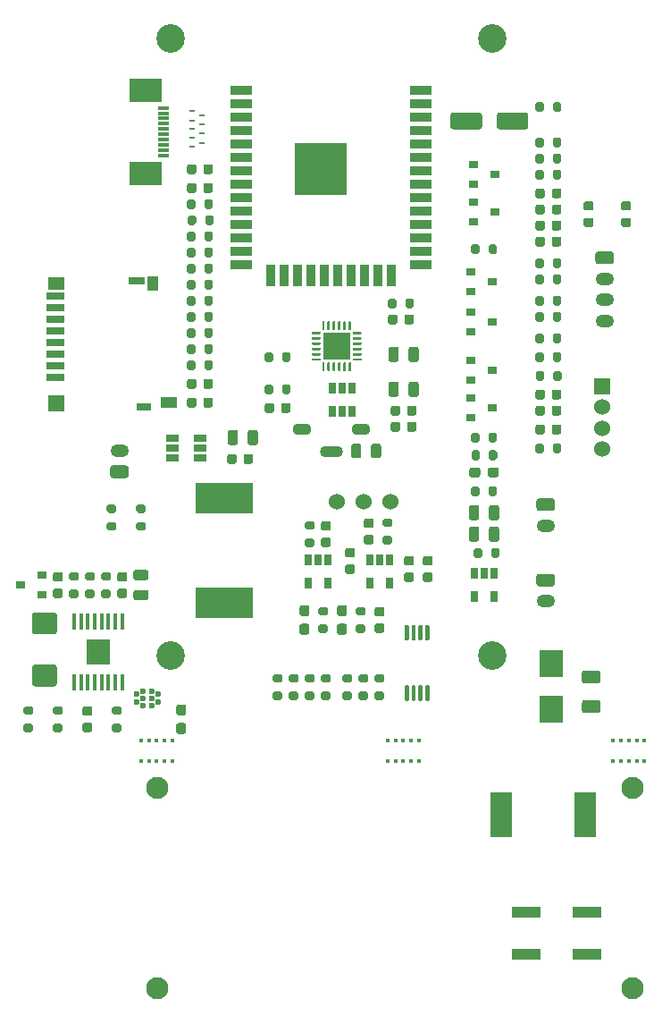
<source format=gts>
%TF.GenerationSoftware,KiCad,Pcbnew,(5.1.8)-1*%
%TF.CreationDate,2020-12-22T12:44:13-05:00*%
%TF.ProjectId,uratt,75726174-742e-46b6-9963-61645f706362,rev?*%
%TF.SameCoordinates,Original*%
%TF.FileFunction,Soldermask,Top*%
%TF.FilePolarity,Negative*%
%FSLAX46Y46*%
G04 Gerber Fmt 4.6, Leading zero omitted, Abs format (unit mm)*
G04 Created by KiCad (PCBNEW (5.1.8)-1) date 2020-12-22 12:44:13*
%MOMM*%
%LPD*%
G01*
G04 APERTURE LIST*
%ADD10R,2.800000X1.000000*%
%ADD11C,1.524000*%
%ADD12R,1.524000X1.524000*%
%ADD13R,2.300000X2.500000*%
%ADD14C,0.400000*%
%ADD15C,2.100000*%
%ADD16R,3.100000X2.300000*%
%ADD17R,1.100000X0.300000*%
%ADD18O,2.200000X1.100000*%
%ADD19O,1.800000X1.100000*%
%ADD20C,0.600000*%
%ADD21C,2.700000*%
%ADD22R,2.310000X2.460000*%
%ADD23R,0.450000X1.500000*%
%ADD24R,2.000000X4.200000*%
%ADD25O,1.750000X1.200000*%
%ADD26R,0.900000X0.800000*%
%ADD27R,1.220000X0.650000*%
%ADD28R,0.650000X1.060000*%
%ADD29R,2.000000X0.900000*%
%ADD30R,0.900000X2.000000*%
%ADD31R,5.000000X5.000000*%
%ADD32R,2.600000X2.600000*%
%ADD33R,5.400000X2.900000*%
%ADD34R,1.550000X1.000000*%
%ADD35R,1.500000X1.500000*%
%ADD36R,1.750000X0.700000*%
%ADD37R,1.400000X0.800000*%
%ADD38R,1.000000X1.450000*%
%ADD39R,1.500000X0.800000*%
%ADD40R,1.500000X1.300000*%
%ADD41R,0.600000X0.200000*%
G04 APERTURE END LIST*
D10*
%TO.C,SW3*%
X80370000Y-114268000D03*
X74570000Y-114268000D03*
X80370000Y-110268000D03*
X74570000Y-110268000D03*
%TD*%
%TO.C,JP6*%
G36*
G01*
X38375000Y-72473000D02*
X37825000Y-72473000D01*
G75*
G02*
X37625000Y-72273000I0J200000D01*
G01*
X37625000Y-71873000D01*
G75*
G02*
X37825000Y-71673000I200000J0D01*
G01*
X38375000Y-71673000D01*
G75*
G02*
X38575000Y-71873000I0J-200000D01*
G01*
X38575000Y-72273000D01*
G75*
G02*
X38375000Y-72473000I-200000J0D01*
G01*
G37*
G36*
G01*
X38375000Y-74123000D02*
X37825000Y-74123000D01*
G75*
G02*
X37625000Y-73923000I0J200000D01*
G01*
X37625000Y-73523000D01*
G75*
G02*
X37825000Y-73323000I200000J0D01*
G01*
X38375000Y-73323000D01*
G75*
G02*
X38575000Y-73523000I0J-200000D01*
G01*
X38575000Y-73923000D01*
G75*
G02*
X38375000Y-74123000I-200000J0D01*
G01*
G37*
%TD*%
%TO.C,JP5*%
G36*
G01*
X35581000Y-72473000D02*
X35031000Y-72473000D01*
G75*
G02*
X34831000Y-72273000I0J200000D01*
G01*
X34831000Y-71873000D01*
G75*
G02*
X35031000Y-71673000I200000J0D01*
G01*
X35581000Y-71673000D01*
G75*
G02*
X35781000Y-71873000I0J-200000D01*
G01*
X35781000Y-72273000D01*
G75*
G02*
X35581000Y-72473000I-200000J0D01*
G01*
G37*
G36*
G01*
X35581000Y-74123000D02*
X35031000Y-74123000D01*
G75*
G02*
X34831000Y-73923000I0J200000D01*
G01*
X34831000Y-73523000D01*
G75*
G02*
X35031000Y-73323000I200000J0D01*
G01*
X35581000Y-73323000D01*
G75*
G02*
X35781000Y-73523000I0J-200000D01*
G01*
X35781000Y-73923000D01*
G75*
G02*
X35581000Y-74123000I-200000J0D01*
G01*
G37*
%TD*%
%TO.C,R55*%
G36*
G01*
X77133000Y-34311000D02*
X77133000Y-33761000D01*
G75*
G02*
X77333000Y-33561000I200000J0D01*
G01*
X77733000Y-33561000D01*
G75*
G02*
X77933000Y-33761000I0J-200000D01*
G01*
X77933000Y-34311000D01*
G75*
G02*
X77733000Y-34511000I-200000J0D01*
G01*
X77333000Y-34511000D01*
G75*
G02*
X77133000Y-34311000I0J200000D01*
G01*
G37*
G36*
G01*
X75483000Y-34311000D02*
X75483000Y-33761000D01*
G75*
G02*
X75683000Y-33561000I200000J0D01*
G01*
X76083000Y-33561000D01*
G75*
G02*
X76283000Y-33761000I0J-200000D01*
G01*
X76283000Y-34311000D01*
G75*
G02*
X76083000Y-34511000I-200000J0D01*
G01*
X75683000Y-34511000D01*
G75*
G02*
X75483000Y-34311000I0J200000D01*
G01*
G37*
%TD*%
%TO.C,R54*%
G36*
G01*
X70187000Y-47223000D02*
X70187000Y-47773000D01*
G75*
G02*
X69987000Y-47973000I-200000J0D01*
G01*
X69587000Y-47973000D01*
G75*
G02*
X69387000Y-47773000I0J200000D01*
G01*
X69387000Y-47223000D01*
G75*
G02*
X69587000Y-47023000I200000J0D01*
G01*
X69987000Y-47023000D01*
G75*
G02*
X70187000Y-47223000I0J-200000D01*
G01*
G37*
G36*
G01*
X71837000Y-47223000D02*
X71837000Y-47773000D01*
G75*
G02*
X71637000Y-47973000I-200000J0D01*
G01*
X71237000Y-47973000D01*
G75*
G02*
X71037000Y-47773000I0J200000D01*
G01*
X71037000Y-47223000D01*
G75*
G02*
X71237000Y-47023000I200000J0D01*
G01*
X71637000Y-47023000D01*
G75*
G02*
X71837000Y-47223000I0J-200000D01*
G01*
G37*
%TD*%
D11*
%TO.C,J5*%
X81788000Y-66452000D03*
X81788000Y-64452000D03*
X81788000Y-62452000D03*
D12*
X81788000Y-60452000D03*
%TD*%
%TO.C,FB4*%
G36*
G01*
X84330250Y-43846000D02*
X83817750Y-43846000D01*
G75*
G02*
X83599000Y-43627250I0J218750D01*
G01*
X83599000Y-43189750D01*
G75*
G02*
X83817750Y-42971000I218750J0D01*
G01*
X84330250Y-42971000D01*
G75*
G02*
X84549000Y-43189750I0J-218750D01*
G01*
X84549000Y-43627250D01*
G75*
G02*
X84330250Y-43846000I-218750J0D01*
G01*
G37*
G36*
G01*
X84330250Y-45421000D02*
X83817750Y-45421000D01*
G75*
G02*
X83599000Y-45202250I0J218750D01*
G01*
X83599000Y-44764750D01*
G75*
G02*
X83817750Y-44546000I218750J0D01*
G01*
X84330250Y-44546000D01*
G75*
G02*
X84549000Y-44764750I0J-218750D01*
G01*
X84549000Y-45202250D01*
G75*
G02*
X84330250Y-45421000I-218750J0D01*
G01*
G37*
%TD*%
%TO.C,FB3*%
G36*
G01*
X80774250Y-43846000D02*
X80261750Y-43846000D01*
G75*
G02*
X80043000Y-43627250I0J218750D01*
G01*
X80043000Y-43189750D01*
G75*
G02*
X80261750Y-42971000I218750J0D01*
G01*
X80774250Y-42971000D01*
G75*
G02*
X80993000Y-43189750I0J-218750D01*
G01*
X80993000Y-43627250D01*
G75*
G02*
X80774250Y-43846000I-218750J0D01*
G01*
G37*
G36*
G01*
X80774250Y-45421000D02*
X80261750Y-45421000D01*
G75*
G02*
X80043000Y-45202250I0J218750D01*
G01*
X80043000Y-44764750D01*
G75*
G02*
X80261750Y-44546000I218750J0D01*
G01*
X80774250Y-44546000D01*
G75*
G02*
X80993000Y-44764750I0J-218750D01*
G01*
X80993000Y-45202250D01*
G75*
G02*
X80774250Y-45421000I-218750J0D01*
G01*
G37*
%TD*%
%TO.C,F1*%
G36*
G01*
X81397000Y-88633000D02*
X80147000Y-88633000D01*
G75*
G02*
X79897000Y-88383000I0J250000D01*
G01*
X79897000Y-87633000D01*
G75*
G02*
X80147000Y-87383000I250000J0D01*
G01*
X81397000Y-87383000D01*
G75*
G02*
X81647000Y-87633000I0J-250000D01*
G01*
X81647000Y-88383000D01*
G75*
G02*
X81397000Y-88633000I-250000J0D01*
G01*
G37*
G36*
G01*
X81397000Y-91433000D02*
X80147000Y-91433000D01*
G75*
G02*
X79897000Y-91183000I0J250000D01*
G01*
X79897000Y-90433000D01*
G75*
G02*
X80147000Y-90183000I250000J0D01*
G01*
X81397000Y-90183000D01*
G75*
G02*
X81647000Y-90433000I0J-250000D01*
G01*
X81647000Y-91183000D01*
G75*
G02*
X81397000Y-91433000I-250000J0D01*
G01*
G37*
%TD*%
D13*
%TO.C,D12*%
X76962000Y-91050000D03*
X76962000Y-86750000D03*
%TD*%
D11*
%TO.C,SW4*%
X56642000Y-71374000D03*
X59182000Y-71374000D03*
X61722000Y-71374000D03*
%TD*%
D14*
%TO.C,BK3*%
X85820000Y-95980000D03*
X85070000Y-95980000D03*
X83570000Y-95980000D03*
X84320000Y-95980000D03*
X82820000Y-95980000D03*
X85820000Y-93980000D03*
X82820000Y-93980000D03*
X83570000Y-93980000D03*
X85070000Y-93980000D03*
X84320000Y-93980000D03*
%TD*%
%TO.C,BK2*%
X64460000Y-95980000D03*
X63710000Y-95980000D03*
X62210000Y-95980000D03*
X62960000Y-95980000D03*
X61460000Y-95980000D03*
X64460000Y-93980000D03*
X61460000Y-93980000D03*
X62210000Y-93980000D03*
X63710000Y-93980000D03*
X62960000Y-93980000D03*
%TD*%
%TO.C,BK1*%
X39592000Y-94000000D03*
X40342000Y-94000000D03*
X38842000Y-94000000D03*
X38092000Y-94000000D03*
X41092000Y-94000000D03*
X38092000Y-96000000D03*
X39592000Y-96000000D03*
X38842000Y-96000000D03*
X40342000Y-96000000D03*
X41092000Y-96000000D03*
%TD*%
D15*
%TO.C,H8*%
X84646000Y-117500000D03*
%TD*%
%TO.C,H7*%
X39646000Y-117500000D03*
%TD*%
%TO.C,H6*%
X84646000Y-98516000D03*
%TD*%
%TO.C,H5*%
X39645999Y-98516000D03*
%TD*%
D16*
%TO.C,J3*%
X38512000Y-40300001D03*
X38512000Y-32460001D03*
D17*
X40212000Y-38630001D03*
X40212000Y-38130001D03*
X40212000Y-37630001D03*
X40212000Y-37130001D03*
X40212000Y-36630001D03*
X40212000Y-36130001D03*
X40212000Y-35630001D03*
X40212000Y-35130001D03*
X40212000Y-34630001D03*
X40212000Y-34130001D03*
%TD*%
D18*
%TO.C,J1*%
X56134000Y-66665001D03*
D19*
X53334000Y-64515001D03*
X58934000Y-64515001D03*
%TD*%
%TO.C,D1*%
G36*
G01*
X58986000Y-66149751D02*
X58986000Y-67062251D01*
G75*
G02*
X58742250Y-67306001I-243750J0D01*
G01*
X58254750Y-67306001D01*
G75*
G02*
X58011000Y-67062251I0J243750D01*
G01*
X58011000Y-66149751D01*
G75*
G02*
X58254750Y-65906001I243750J0D01*
G01*
X58742250Y-65906001D01*
G75*
G02*
X58986000Y-66149751I0J-243750D01*
G01*
G37*
G36*
G01*
X60861000Y-66149751D02*
X60861000Y-67062251D01*
G75*
G02*
X60617250Y-67306001I-243750J0D01*
G01*
X60129750Y-67306001D01*
G75*
G02*
X59886000Y-67062251I0J243750D01*
G01*
X59886000Y-66149751D01*
G75*
G02*
X60129750Y-65906001I243750J0D01*
G01*
X60617250Y-65906001D01*
G75*
G02*
X60861000Y-66149751I0J-243750D01*
G01*
G37*
%TD*%
%TO.C,R24*%
G36*
G01*
X76283000Y-52107001D02*
X76283000Y-52657001D01*
G75*
G02*
X76083000Y-52857001I-200000J0D01*
G01*
X75683000Y-52857001D01*
G75*
G02*
X75483000Y-52657001I0J200000D01*
G01*
X75483000Y-52107001D01*
G75*
G02*
X75683000Y-51907001I200000J0D01*
G01*
X76083000Y-51907001D01*
G75*
G02*
X76283000Y-52107001I0J-200000D01*
G01*
G37*
G36*
G01*
X77933000Y-52107001D02*
X77933000Y-52657001D01*
G75*
G02*
X77733000Y-52857001I-200000J0D01*
G01*
X77333000Y-52857001D01*
G75*
G02*
X77133000Y-52657001I0J200000D01*
G01*
X77133000Y-52107001D01*
G75*
G02*
X77333000Y-51907001I200000J0D01*
G01*
X77733000Y-51907001D01*
G75*
G02*
X77933000Y-52107001I0J-200000D01*
G01*
G37*
%TD*%
D20*
%TO.C,GT1*%
X37719000Y-90355001D03*
X37719000Y-89656501D03*
X38290500Y-89339001D03*
X38290500Y-90037501D03*
X38290500Y-90736001D03*
X39687500Y-90355001D03*
X39687500Y-89656501D03*
X39116000Y-89339001D03*
X39116000Y-90037501D03*
X39116000Y-90736001D03*
%TD*%
D21*
%TO.C,H4*%
X71386000Y-86000001D03*
%TD*%
%TO.C,H3*%
X40905999Y-86000001D03*
%TD*%
%TO.C,H2*%
X71386000Y-27580001D03*
%TD*%
%TO.C,H1*%
X40906000Y-27580001D03*
%TD*%
D22*
%TO.C,U6*%
X34036000Y-85656001D03*
D23*
X31761000Y-82756001D03*
X31761000Y-88556001D03*
X32411000Y-82756001D03*
X32411000Y-88556001D03*
X33061000Y-82756001D03*
X33061000Y-88556001D03*
X33711000Y-82756001D03*
X33711000Y-88556001D03*
X34361000Y-82756001D03*
X34361000Y-88556001D03*
X35011000Y-82756001D03*
X35011000Y-88556001D03*
X35661000Y-82756001D03*
X35661000Y-88556001D03*
X36311000Y-82756001D03*
X36311000Y-88556001D03*
%TD*%
%TO.C,C28*%
G36*
G01*
X28031000Y-86827001D02*
X29881000Y-86827001D01*
G75*
G02*
X30131000Y-87077001I0J-250000D01*
G01*
X30131000Y-88652001D01*
G75*
G02*
X29881000Y-88902001I-250000J0D01*
G01*
X28031000Y-88902001D01*
G75*
G02*
X27781000Y-88652001I0J250000D01*
G01*
X27781000Y-87077001D01*
G75*
G02*
X28031000Y-86827001I250000J0D01*
G01*
G37*
G36*
G01*
X28031000Y-81902001D02*
X29881000Y-81902001D01*
G75*
G02*
X30131000Y-82152001I0J-250000D01*
G01*
X30131000Y-83727001D01*
G75*
G02*
X29881000Y-83977001I-250000J0D01*
G01*
X28031000Y-83977001D01*
G75*
G02*
X27781000Y-83727001I0J250000D01*
G01*
X27781000Y-82152001D01*
G75*
G02*
X28031000Y-81902001I250000J0D01*
G01*
G37*
%TD*%
D24*
%TO.C,BZ1*%
X72200000Y-101076000D03*
X80200000Y-101076000D03*
%TD*%
D25*
%TO.C,J8*%
X36068000Y-66580000D03*
G36*
G01*
X36693001Y-69180000D02*
X35442999Y-69180000D01*
G75*
G02*
X35193000Y-68930001I0J249999D01*
G01*
X35193000Y-68229999D01*
G75*
G02*
X35442999Y-67980000I249999J0D01*
G01*
X36693001Y-67980000D01*
G75*
G02*
X36943000Y-68229999I0J-249999D01*
G01*
X36943000Y-68930001D01*
G75*
G02*
X36693001Y-69180000I-249999J0D01*
G01*
G37*
%TD*%
%TO.C,J7*%
X76454000Y-73686001D03*
G36*
G01*
X75828999Y-71086001D02*
X77079001Y-71086001D01*
G75*
G02*
X77329000Y-71336000I0J-249999D01*
G01*
X77329000Y-72036002D01*
G75*
G02*
X77079001Y-72286001I-249999J0D01*
G01*
X75828999Y-72286001D01*
G75*
G02*
X75579000Y-72036002I0J249999D01*
G01*
X75579000Y-71336000D01*
G75*
G02*
X75828999Y-71086001I249999J0D01*
G01*
G37*
%TD*%
%TO.C,J6*%
X76454000Y-80830001D03*
G36*
G01*
X75828999Y-78230001D02*
X77079001Y-78230001D01*
G75*
G02*
X77329000Y-78480000I0J-249999D01*
G01*
X77329000Y-79180002D01*
G75*
G02*
X77079001Y-79430001I-249999J0D01*
G01*
X75828999Y-79430001D01*
G75*
G02*
X75579000Y-79180002I0J249999D01*
G01*
X75579000Y-78480000D01*
G75*
G02*
X75828999Y-78230001I249999J0D01*
G01*
G37*
%TD*%
%TO.C,J4*%
X82042000Y-54318001D03*
X82042000Y-52318001D03*
X82042000Y-50318001D03*
G36*
G01*
X81416999Y-47718001D02*
X82667001Y-47718001D01*
G75*
G02*
X82917000Y-47968000I0J-249999D01*
G01*
X82917000Y-48668002D01*
G75*
G02*
X82667001Y-48918001I-249999J0D01*
G01*
X81416999Y-48918001D01*
G75*
G02*
X81167000Y-48668002I0J249999D01*
G01*
X81167000Y-47968000D01*
G75*
G02*
X81416999Y-47718001I249999J0D01*
G01*
G37*
%TD*%
D26*
%TO.C,Q2*%
X71358000Y-58986001D03*
X69358000Y-59936001D03*
X69358000Y-58036001D03*
%TD*%
%TO.C,Q1*%
X71358000Y-62542001D03*
X69358000Y-63492001D03*
X69358000Y-61592001D03*
%TD*%
D27*
%TO.C,U9*%
X41108000Y-67302001D03*
X41108000Y-66352001D03*
X41108000Y-65402001D03*
X43728000Y-65402001D03*
X43728000Y-66352001D03*
X43728000Y-67302001D03*
%TD*%
D28*
%TO.C,U8*%
X61656000Y-79136001D03*
X59756000Y-79136001D03*
X59756000Y-76936001D03*
X60706000Y-76936001D03*
X61656000Y-76936001D03*
%TD*%
%TO.C,U7*%
X55814000Y-79136001D03*
X53914000Y-79136001D03*
X53914000Y-76936001D03*
X54864000Y-76936001D03*
X55814000Y-76936001D03*
%TD*%
%TO.C,U5*%
G36*
G01*
X63387000Y-84547001D02*
X63187000Y-84547001D01*
G75*
G02*
X63087000Y-84447001I0J100000D01*
G01*
X63087000Y-83172001D01*
G75*
G02*
X63187000Y-83072001I100000J0D01*
G01*
X63387000Y-83072001D01*
G75*
G02*
X63487000Y-83172001I0J-100000D01*
G01*
X63487000Y-84447001D01*
G75*
G02*
X63387000Y-84547001I-100000J0D01*
G01*
G37*
G36*
G01*
X64037000Y-84547001D02*
X63837000Y-84547001D01*
G75*
G02*
X63737000Y-84447001I0J100000D01*
G01*
X63737000Y-83172001D01*
G75*
G02*
X63837000Y-83072001I100000J0D01*
G01*
X64037000Y-83072001D01*
G75*
G02*
X64137000Y-83172001I0J-100000D01*
G01*
X64137000Y-84447001D01*
G75*
G02*
X64037000Y-84547001I-100000J0D01*
G01*
G37*
G36*
G01*
X64687000Y-84547001D02*
X64487000Y-84547001D01*
G75*
G02*
X64387000Y-84447001I0J100000D01*
G01*
X64387000Y-83172001D01*
G75*
G02*
X64487000Y-83072001I100000J0D01*
G01*
X64687000Y-83072001D01*
G75*
G02*
X64787000Y-83172001I0J-100000D01*
G01*
X64787000Y-84447001D01*
G75*
G02*
X64687000Y-84547001I-100000J0D01*
G01*
G37*
G36*
G01*
X65337000Y-84547001D02*
X65137000Y-84547001D01*
G75*
G02*
X65037000Y-84447001I0J100000D01*
G01*
X65037000Y-83172001D01*
G75*
G02*
X65137000Y-83072001I100000J0D01*
G01*
X65337000Y-83072001D01*
G75*
G02*
X65437000Y-83172001I0J-100000D01*
G01*
X65437000Y-84447001D01*
G75*
G02*
X65337000Y-84547001I-100000J0D01*
G01*
G37*
G36*
G01*
X65337000Y-90272001D02*
X65137000Y-90272001D01*
G75*
G02*
X65037000Y-90172001I0J100000D01*
G01*
X65037000Y-88897001D01*
G75*
G02*
X65137000Y-88797001I100000J0D01*
G01*
X65337000Y-88797001D01*
G75*
G02*
X65437000Y-88897001I0J-100000D01*
G01*
X65437000Y-90172001D01*
G75*
G02*
X65337000Y-90272001I-100000J0D01*
G01*
G37*
G36*
G01*
X64687000Y-90272001D02*
X64487000Y-90272001D01*
G75*
G02*
X64387000Y-90172001I0J100000D01*
G01*
X64387000Y-88897001D01*
G75*
G02*
X64487000Y-88797001I100000J0D01*
G01*
X64687000Y-88797001D01*
G75*
G02*
X64787000Y-88897001I0J-100000D01*
G01*
X64787000Y-90172001D01*
G75*
G02*
X64687000Y-90272001I-100000J0D01*
G01*
G37*
G36*
G01*
X64037000Y-90272001D02*
X63837000Y-90272001D01*
G75*
G02*
X63737000Y-90172001I0J100000D01*
G01*
X63737000Y-88897001D01*
G75*
G02*
X63837000Y-88797001I100000J0D01*
G01*
X64037000Y-88797001D01*
G75*
G02*
X64137000Y-88897001I0J-100000D01*
G01*
X64137000Y-90172001D01*
G75*
G02*
X64037000Y-90272001I-100000J0D01*
G01*
G37*
G36*
G01*
X63387000Y-90272001D02*
X63187000Y-90272001D01*
G75*
G02*
X63087000Y-90172001I0J100000D01*
G01*
X63087000Y-88897001D01*
G75*
G02*
X63187000Y-88797001I100000J0D01*
G01*
X63387000Y-88797001D01*
G75*
G02*
X63487000Y-88897001I0J-100000D01*
G01*
X63487000Y-90172001D01*
G75*
G02*
X63387000Y-90272001I-100000J0D01*
G01*
G37*
%TD*%
%TO.C,U4*%
X71562000Y-80406001D03*
X69662000Y-80406001D03*
X69662000Y-78206001D03*
X70612000Y-78206001D03*
X71562000Y-78206001D03*
%TD*%
D29*
%TO.C,U3*%
X64634000Y-32443001D03*
X64634000Y-33713001D03*
X64634000Y-34983001D03*
X64634000Y-36253001D03*
X64634000Y-37523001D03*
X64634000Y-38793001D03*
X64634000Y-40063001D03*
X64634000Y-41333001D03*
X64634000Y-42603001D03*
X64634000Y-43873001D03*
X64634000Y-45143001D03*
X64634000Y-46413001D03*
X64634000Y-47683001D03*
X64634000Y-48953001D03*
D30*
X61849000Y-49953001D03*
X60579000Y-49953001D03*
X59309000Y-49953001D03*
X58039000Y-49953001D03*
X56769000Y-49953001D03*
X55499000Y-49953001D03*
X54229000Y-49953001D03*
X52959000Y-49953001D03*
X51689000Y-49953001D03*
X50419000Y-49953001D03*
D29*
X47634000Y-48953001D03*
X47634000Y-47683001D03*
X47634000Y-46413001D03*
X47634000Y-45143001D03*
X47634000Y-43873001D03*
X47634000Y-42603001D03*
X47634000Y-41333001D03*
X47634000Y-40063001D03*
X47634000Y-38793001D03*
X47634000Y-37523001D03*
X47634000Y-36253001D03*
X47634000Y-34983001D03*
X47634000Y-33713001D03*
X47634000Y-32443001D03*
D31*
X55134000Y-39943001D03*
%TD*%
D32*
%TO.C,U2*%
X56642000Y-56700001D03*
G36*
G01*
X55054500Y-58075001D02*
X54354500Y-58075001D01*
G75*
G02*
X54292000Y-58012501I0J62500D01*
G01*
X54292000Y-57887501D01*
G75*
G02*
X54354500Y-57825001I62500J0D01*
G01*
X55054500Y-57825001D01*
G75*
G02*
X55117000Y-57887501I0J-62500D01*
G01*
X55117000Y-58012501D01*
G75*
G02*
X55054500Y-58075001I-62500J0D01*
G01*
G37*
G36*
G01*
X55054500Y-57575001D02*
X54354500Y-57575001D01*
G75*
G02*
X54292000Y-57512501I0J62500D01*
G01*
X54292000Y-57387501D01*
G75*
G02*
X54354500Y-57325001I62500J0D01*
G01*
X55054500Y-57325001D01*
G75*
G02*
X55117000Y-57387501I0J-62500D01*
G01*
X55117000Y-57512501D01*
G75*
G02*
X55054500Y-57575001I-62500J0D01*
G01*
G37*
G36*
G01*
X55054500Y-57075001D02*
X54354500Y-57075001D01*
G75*
G02*
X54292000Y-57012501I0J62500D01*
G01*
X54292000Y-56887501D01*
G75*
G02*
X54354500Y-56825001I62500J0D01*
G01*
X55054500Y-56825001D01*
G75*
G02*
X55117000Y-56887501I0J-62500D01*
G01*
X55117000Y-57012501D01*
G75*
G02*
X55054500Y-57075001I-62500J0D01*
G01*
G37*
G36*
G01*
X55054500Y-56575001D02*
X54354500Y-56575001D01*
G75*
G02*
X54292000Y-56512501I0J62500D01*
G01*
X54292000Y-56387501D01*
G75*
G02*
X54354500Y-56325001I62500J0D01*
G01*
X55054500Y-56325001D01*
G75*
G02*
X55117000Y-56387501I0J-62500D01*
G01*
X55117000Y-56512501D01*
G75*
G02*
X55054500Y-56575001I-62500J0D01*
G01*
G37*
G36*
G01*
X55054500Y-56075001D02*
X54354500Y-56075001D01*
G75*
G02*
X54292000Y-56012501I0J62500D01*
G01*
X54292000Y-55887501D01*
G75*
G02*
X54354500Y-55825001I62500J0D01*
G01*
X55054500Y-55825001D01*
G75*
G02*
X55117000Y-55887501I0J-62500D01*
G01*
X55117000Y-56012501D01*
G75*
G02*
X55054500Y-56075001I-62500J0D01*
G01*
G37*
G36*
G01*
X55054500Y-55575001D02*
X54354500Y-55575001D01*
G75*
G02*
X54292000Y-55512501I0J62500D01*
G01*
X54292000Y-55387501D01*
G75*
G02*
X54354500Y-55325001I62500J0D01*
G01*
X55054500Y-55325001D01*
G75*
G02*
X55117000Y-55387501I0J-62500D01*
G01*
X55117000Y-55512501D01*
G75*
G02*
X55054500Y-55575001I-62500J0D01*
G01*
G37*
G36*
G01*
X55454500Y-55175001D02*
X55329500Y-55175001D01*
G75*
G02*
X55267000Y-55112501I0J62500D01*
G01*
X55267000Y-54412501D01*
G75*
G02*
X55329500Y-54350001I62500J0D01*
G01*
X55454500Y-54350001D01*
G75*
G02*
X55517000Y-54412501I0J-62500D01*
G01*
X55517000Y-55112501D01*
G75*
G02*
X55454500Y-55175001I-62500J0D01*
G01*
G37*
G36*
G01*
X55954500Y-55175001D02*
X55829500Y-55175001D01*
G75*
G02*
X55767000Y-55112501I0J62500D01*
G01*
X55767000Y-54412501D01*
G75*
G02*
X55829500Y-54350001I62500J0D01*
G01*
X55954500Y-54350001D01*
G75*
G02*
X56017000Y-54412501I0J-62500D01*
G01*
X56017000Y-55112501D01*
G75*
G02*
X55954500Y-55175001I-62500J0D01*
G01*
G37*
G36*
G01*
X56454500Y-55175001D02*
X56329500Y-55175001D01*
G75*
G02*
X56267000Y-55112501I0J62500D01*
G01*
X56267000Y-54412501D01*
G75*
G02*
X56329500Y-54350001I62500J0D01*
G01*
X56454500Y-54350001D01*
G75*
G02*
X56517000Y-54412501I0J-62500D01*
G01*
X56517000Y-55112501D01*
G75*
G02*
X56454500Y-55175001I-62500J0D01*
G01*
G37*
G36*
G01*
X56954500Y-55175001D02*
X56829500Y-55175001D01*
G75*
G02*
X56767000Y-55112501I0J62500D01*
G01*
X56767000Y-54412501D01*
G75*
G02*
X56829500Y-54350001I62500J0D01*
G01*
X56954500Y-54350001D01*
G75*
G02*
X57017000Y-54412501I0J-62500D01*
G01*
X57017000Y-55112501D01*
G75*
G02*
X56954500Y-55175001I-62500J0D01*
G01*
G37*
G36*
G01*
X57454500Y-55175001D02*
X57329500Y-55175001D01*
G75*
G02*
X57267000Y-55112501I0J62500D01*
G01*
X57267000Y-54412501D01*
G75*
G02*
X57329500Y-54350001I62500J0D01*
G01*
X57454500Y-54350001D01*
G75*
G02*
X57517000Y-54412501I0J-62500D01*
G01*
X57517000Y-55112501D01*
G75*
G02*
X57454500Y-55175001I-62500J0D01*
G01*
G37*
G36*
G01*
X57954500Y-55175001D02*
X57829500Y-55175001D01*
G75*
G02*
X57767000Y-55112501I0J62500D01*
G01*
X57767000Y-54412501D01*
G75*
G02*
X57829500Y-54350001I62500J0D01*
G01*
X57954500Y-54350001D01*
G75*
G02*
X58017000Y-54412501I0J-62500D01*
G01*
X58017000Y-55112501D01*
G75*
G02*
X57954500Y-55175001I-62500J0D01*
G01*
G37*
G36*
G01*
X58929500Y-55575001D02*
X58229500Y-55575001D01*
G75*
G02*
X58167000Y-55512501I0J62500D01*
G01*
X58167000Y-55387501D01*
G75*
G02*
X58229500Y-55325001I62500J0D01*
G01*
X58929500Y-55325001D01*
G75*
G02*
X58992000Y-55387501I0J-62500D01*
G01*
X58992000Y-55512501D01*
G75*
G02*
X58929500Y-55575001I-62500J0D01*
G01*
G37*
G36*
G01*
X58929500Y-56075001D02*
X58229500Y-56075001D01*
G75*
G02*
X58167000Y-56012501I0J62500D01*
G01*
X58167000Y-55887501D01*
G75*
G02*
X58229500Y-55825001I62500J0D01*
G01*
X58929500Y-55825001D01*
G75*
G02*
X58992000Y-55887501I0J-62500D01*
G01*
X58992000Y-56012501D01*
G75*
G02*
X58929500Y-56075001I-62500J0D01*
G01*
G37*
G36*
G01*
X58929500Y-56575001D02*
X58229500Y-56575001D01*
G75*
G02*
X58167000Y-56512501I0J62500D01*
G01*
X58167000Y-56387501D01*
G75*
G02*
X58229500Y-56325001I62500J0D01*
G01*
X58929500Y-56325001D01*
G75*
G02*
X58992000Y-56387501I0J-62500D01*
G01*
X58992000Y-56512501D01*
G75*
G02*
X58929500Y-56575001I-62500J0D01*
G01*
G37*
G36*
G01*
X58929500Y-57075001D02*
X58229500Y-57075001D01*
G75*
G02*
X58167000Y-57012501I0J62500D01*
G01*
X58167000Y-56887501D01*
G75*
G02*
X58229500Y-56825001I62500J0D01*
G01*
X58929500Y-56825001D01*
G75*
G02*
X58992000Y-56887501I0J-62500D01*
G01*
X58992000Y-57012501D01*
G75*
G02*
X58929500Y-57075001I-62500J0D01*
G01*
G37*
G36*
G01*
X58929500Y-57575001D02*
X58229500Y-57575001D01*
G75*
G02*
X58167000Y-57512501I0J62500D01*
G01*
X58167000Y-57387501D01*
G75*
G02*
X58229500Y-57325001I62500J0D01*
G01*
X58929500Y-57325001D01*
G75*
G02*
X58992000Y-57387501I0J-62500D01*
G01*
X58992000Y-57512501D01*
G75*
G02*
X58929500Y-57575001I-62500J0D01*
G01*
G37*
G36*
G01*
X58929500Y-58075001D02*
X58229500Y-58075001D01*
G75*
G02*
X58167000Y-58012501I0J62500D01*
G01*
X58167000Y-57887501D01*
G75*
G02*
X58229500Y-57825001I62500J0D01*
G01*
X58929500Y-57825001D01*
G75*
G02*
X58992000Y-57887501I0J-62500D01*
G01*
X58992000Y-58012501D01*
G75*
G02*
X58929500Y-58075001I-62500J0D01*
G01*
G37*
G36*
G01*
X57954500Y-59050001D02*
X57829500Y-59050001D01*
G75*
G02*
X57767000Y-58987501I0J62500D01*
G01*
X57767000Y-58287501D01*
G75*
G02*
X57829500Y-58225001I62500J0D01*
G01*
X57954500Y-58225001D01*
G75*
G02*
X58017000Y-58287501I0J-62500D01*
G01*
X58017000Y-58987501D01*
G75*
G02*
X57954500Y-59050001I-62500J0D01*
G01*
G37*
G36*
G01*
X57454500Y-59050001D02*
X57329500Y-59050001D01*
G75*
G02*
X57267000Y-58987501I0J62500D01*
G01*
X57267000Y-58287501D01*
G75*
G02*
X57329500Y-58225001I62500J0D01*
G01*
X57454500Y-58225001D01*
G75*
G02*
X57517000Y-58287501I0J-62500D01*
G01*
X57517000Y-58987501D01*
G75*
G02*
X57454500Y-59050001I-62500J0D01*
G01*
G37*
G36*
G01*
X56954500Y-59050001D02*
X56829500Y-59050001D01*
G75*
G02*
X56767000Y-58987501I0J62500D01*
G01*
X56767000Y-58287501D01*
G75*
G02*
X56829500Y-58225001I62500J0D01*
G01*
X56954500Y-58225001D01*
G75*
G02*
X57017000Y-58287501I0J-62500D01*
G01*
X57017000Y-58987501D01*
G75*
G02*
X56954500Y-59050001I-62500J0D01*
G01*
G37*
G36*
G01*
X56454500Y-59050001D02*
X56329500Y-59050001D01*
G75*
G02*
X56267000Y-58987501I0J62500D01*
G01*
X56267000Y-58287501D01*
G75*
G02*
X56329500Y-58225001I62500J0D01*
G01*
X56454500Y-58225001D01*
G75*
G02*
X56517000Y-58287501I0J-62500D01*
G01*
X56517000Y-58987501D01*
G75*
G02*
X56454500Y-59050001I-62500J0D01*
G01*
G37*
G36*
G01*
X55954500Y-59050001D02*
X55829500Y-59050001D01*
G75*
G02*
X55767000Y-58987501I0J62500D01*
G01*
X55767000Y-58287501D01*
G75*
G02*
X55829500Y-58225001I62500J0D01*
G01*
X55954500Y-58225001D01*
G75*
G02*
X56017000Y-58287501I0J-62500D01*
G01*
X56017000Y-58987501D01*
G75*
G02*
X55954500Y-59050001I-62500J0D01*
G01*
G37*
G36*
G01*
X55454500Y-59050001D02*
X55329500Y-59050001D01*
G75*
G02*
X55267000Y-58987501I0J62500D01*
G01*
X55267000Y-58287501D01*
G75*
G02*
X55329500Y-58225001I62500J0D01*
G01*
X55454500Y-58225001D01*
G75*
G02*
X55517000Y-58287501I0J-62500D01*
G01*
X55517000Y-58987501D01*
G75*
G02*
X55454500Y-59050001I-62500J0D01*
G01*
G37*
%TD*%
D28*
%TO.C,U1*%
X57150000Y-60680001D03*
X56200000Y-60680001D03*
X58100000Y-60680001D03*
X58100000Y-62880001D03*
X57150000Y-62880001D03*
X56200000Y-62880001D03*
%TD*%
%TO.C,R42*%
G36*
G01*
X36089000Y-93231001D02*
X35539000Y-93231001D01*
G75*
G02*
X35339000Y-93031001I0J200000D01*
G01*
X35339000Y-92631001D01*
G75*
G02*
X35539000Y-92431001I200000J0D01*
G01*
X36089000Y-92431001D01*
G75*
G02*
X36289000Y-92631001I0J-200000D01*
G01*
X36289000Y-93031001D01*
G75*
G02*
X36089000Y-93231001I-200000J0D01*
G01*
G37*
G36*
G01*
X36089000Y-91581001D02*
X35539000Y-91581001D01*
G75*
G02*
X35339000Y-91381001I0J200000D01*
G01*
X35339000Y-90981001D01*
G75*
G02*
X35539000Y-90781001I200000J0D01*
G01*
X36089000Y-90781001D01*
G75*
G02*
X36289000Y-90981001I0J-200000D01*
G01*
X36289000Y-91381001D01*
G75*
G02*
X36089000Y-91581001I-200000J0D01*
G01*
G37*
%TD*%
%TO.C,R41*%
G36*
G01*
X43263000Y-42963001D02*
X43263000Y-43513001D01*
G75*
G02*
X43063000Y-43713001I-200000J0D01*
G01*
X42663000Y-43713001D01*
G75*
G02*
X42463000Y-43513001I0J200000D01*
G01*
X42463000Y-42963001D01*
G75*
G02*
X42663000Y-42763001I200000J0D01*
G01*
X43063000Y-42763001D01*
G75*
G02*
X43263000Y-42963001I0J-200000D01*
G01*
G37*
G36*
G01*
X44913000Y-42963001D02*
X44913000Y-43513001D01*
G75*
G02*
X44713000Y-43713001I-200000J0D01*
G01*
X44313000Y-43713001D01*
G75*
G02*
X44113000Y-43513001I0J200000D01*
G01*
X44113000Y-42963001D01*
G75*
G02*
X44313000Y-42763001I200000J0D01*
G01*
X44713000Y-42763001D01*
G75*
G02*
X44913000Y-42963001I0J-200000D01*
G01*
G37*
%TD*%
%TO.C,R40*%
G36*
G01*
X33549000Y-78881001D02*
X32999000Y-78881001D01*
G75*
G02*
X32799000Y-78681001I0J200000D01*
G01*
X32799000Y-78281001D01*
G75*
G02*
X32999000Y-78081001I200000J0D01*
G01*
X33549000Y-78081001D01*
G75*
G02*
X33749000Y-78281001I0J-200000D01*
G01*
X33749000Y-78681001D01*
G75*
G02*
X33549000Y-78881001I-200000J0D01*
G01*
G37*
G36*
G01*
X33549000Y-80531001D02*
X32999000Y-80531001D01*
G75*
G02*
X32799000Y-80331001I0J200000D01*
G01*
X32799000Y-79931001D01*
G75*
G02*
X32999000Y-79731001I200000J0D01*
G01*
X33549000Y-79731001D01*
G75*
G02*
X33749000Y-79931001I0J-200000D01*
G01*
X33749000Y-80331001D01*
G75*
G02*
X33549000Y-80531001I-200000J0D01*
G01*
G37*
%TD*%
%TO.C,R39*%
G36*
G01*
X31475000Y-79731001D02*
X32025000Y-79731001D01*
G75*
G02*
X32225000Y-79931001I0J-200000D01*
G01*
X32225000Y-80331001D01*
G75*
G02*
X32025000Y-80531001I-200000J0D01*
G01*
X31475000Y-80531001D01*
G75*
G02*
X31275000Y-80331001I0J200000D01*
G01*
X31275000Y-79931001D01*
G75*
G02*
X31475000Y-79731001I200000J0D01*
G01*
G37*
G36*
G01*
X31475000Y-78081001D02*
X32025000Y-78081001D01*
G75*
G02*
X32225000Y-78281001I0J-200000D01*
G01*
X32225000Y-78681001D01*
G75*
G02*
X32025000Y-78881001I-200000J0D01*
G01*
X31475000Y-78881001D01*
G75*
G02*
X31275000Y-78681001I0J200000D01*
G01*
X31275000Y-78281001D01*
G75*
G02*
X31475000Y-78081001I200000J0D01*
G01*
G37*
%TD*%
%TO.C,R38*%
G36*
G01*
X59203000Y-82183001D02*
X58653000Y-82183001D01*
G75*
G02*
X58453000Y-81983001I0J200000D01*
G01*
X58453000Y-81583001D01*
G75*
G02*
X58653000Y-81383001I200000J0D01*
G01*
X59203000Y-81383001D01*
G75*
G02*
X59403000Y-81583001I0J-200000D01*
G01*
X59403000Y-81983001D01*
G75*
G02*
X59203000Y-82183001I-200000J0D01*
G01*
G37*
G36*
G01*
X59203000Y-83833001D02*
X58653000Y-83833001D01*
G75*
G02*
X58453000Y-83633001I0J200000D01*
G01*
X58453000Y-83233001D01*
G75*
G02*
X58653000Y-83033001I200000J0D01*
G01*
X59203000Y-83033001D01*
G75*
G02*
X59403000Y-83233001I0J-200000D01*
G01*
X59403000Y-83633001D01*
G75*
G02*
X59203000Y-83833001I-200000J0D01*
G01*
G37*
%TD*%
%TO.C,R37*%
G36*
G01*
X55647000Y-82183001D02*
X55097000Y-82183001D01*
G75*
G02*
X54897000Y-81983001I0J200000D01*
G01*
X54897000Y-81583001D01*
G75*
G02*
X55097000Y-81383001I200000J0D01*
G01*
X55647000Y-81383001D01*
G75*
G02*
X55847000Y-81583001I0J-200000D01*
G01*
X55847000Y-81983001D01*
G75*
G02*
X55647000Y-82183001I-200000J0D01*
G01*
G37*
G36*
G01*
X55647000Y-83833001D02*
X55097000Y-83833001D01*
G75*
G02*
X54897000Y-83633001I0J200000D01*
G01*
X54897000Y-83233001D01*
G75*
G02*
X55097000Y-83033001I200000J0D01*
G01*
X55647000Y-83033001D01*
G75*
G02*
X55847000Y-83233001I0J-200000D01*
G01*
X55847000Y-83633001D01*
G75*
G02*
X55647000Y-83833001I-200000J0D01*
G01*
G37*
%TD*%
%TO.C,R36*%
G36*
G01*
X53827000Y-74905001D02*
X54377000Y-74905001D01*
G75*
G02*
X54577000Y-75105001I0J-200000D01*
G01*
X54577000Y-75505001D01*
G75*
G02*
X54377000Y-75705001I-200000J0D01*
G01*
X53827000Y-75705001D01*
G75*
G02*
X53627000Y-75505001I0J200000D01*
G01*
X53627000Y-75105001D01*
G75*
G02*
X53827000Y-74905001I200000J0D01*
G01*
G37*
G36*
G01*
X53827000Y-73255001D02*
X54377000Y-73255001D01*
G75*
G02*
X54577000Y-73455001I0J-200000D01*
G01*
X54577000Y-73855001D01*
G75*
G02*
X54377000Y-74055001I-200000J0D01*
G01*
X53827000Y-74055001D01*
G75*
G02*
X53627000Y-73855001I0J200000D01*
G01*
X53627000Y-73455001D01*
G75*
G02*
X53827000Y-73255001I200000J0D01*
G01*
G37*
%TD*%
%TO.C,R35*%
G36*
G01*
X61193000Y-74651001D02*
X61743000Y-74651001D01*
G75*
G02*
X61943000Y-74851001I0J-200000D01*
G01*
X61943000Y-75251001D01*
G75*
G02*
X61743000Y-75451001I-200000J0D01*
G01*
X61193000Y-75451001D01*
G75*
G02*
X60993000Y-75251001I0J200000D01*
G01*
X60993000Y-74851001D01*
G75*
G02*
X61193000Y-74651001I200000J0D01*
G01*
G37*
G36*
G01*
X61193000Y-73001001D02*
X61743000Y-73001001D01*
G75*
G02*
X61943000Y-73201001I0J-200000D01*
G01*
X61943000Y-73601001D01*
G75*
G02*
X61743000Y-73801001I-200000J0D01*
G01*
X61193000Y-73801001D01*
G75*
G02*
X60993000Y-73601001I0J200000D01*
G01*
X60993000Y-73201001D01*
G75*
G02*
X61193000Y-73001001I200000J0D01*
G01*
G37*
%TD*%
%TO.C,R34*%
G36*
G01*
X34523000Y-79731001D02*
X35073000Y-79731001D01*
G75*
G02*
X35273000Y-79931001I0J-200000D01*
G01*
X35273000Y-80331001D01*
G75*
G02*
X35073000Y-80531001I-200000J0D01*
G01*
X34523000Y-80531001D01*
G75*
G02*
X34323000Y-80331001I0J200000D01*
G01*
X34323000Y-79931001D01*
G75*
G02*
X34523000Y-79731001I200000J0D01*
G01*
G37*
G36*
G01*
X34523000Y-78081001D02*
X35073000Y-78081001D01*
G75*
G02*
X35273000Y-78281001I0J-200000D01*
G01*
X35273000Y-78681001D01*
G75*
G02*
X35073000Y-78881001I-200000J0D01*
G01*
X34523000Y-78881001D01*
G75*
G02*
X34323000Y-78681001I0J200000D01*
G01*
X34323000Y-78281001D01*
G75*
G02*
X34523000Y-78081001I200000J0D01*
G01*
G37*
%TD*%
%TO.C,R33*%
G36*
G01*
X27157000Y-92431001D02*
X27707000Y-92431001D01*
G75*
G02*
X27907000Y-92631001I0J-200000D01*
G01*
X27907000Y-93031001D01*
G75*
G02*
X27707000Y-93231001I-200000J0D01*
G01*
X27157000Y-93231001D01*
G75*
G02*
X26957000Y-93031001I0J200000D01*
G01*
X26957000Y-92631001D01*
G75*
G02*
X27157000Y-92431001I200000J0D01*
G01*
G37*
G36*
G01*
X27157000Y-90781001D02*
X27707000Y-90781001D01*
G75*
G02*
X27907000Y-90981001I0J-200000D01*
G01*
X27907000Y-91381001D01*
G75*
G02*
X27707000Y-91581001I-200000J0D01*
G01*
X27157000Y-91581001D01*
G75*
G02*
X26957000Y-91381001I0J200000D01*
G01*
X26957000Y-90981001D01*
G75*
G02*
X27157000Y-90781001I200000J0D01*
G01*
G37*
%TD*%
%TO.C,R32*%
G36*
G01*
X30501000Y-91581001D02*
X29951000Y-91581001D01*
G75*
G02*
X29751000Y-91381001I0J200000D01*
G01*
X29751000Y-90981001D01*
G75*
G02*
X29951000Y-90781001I200000J0D01*
G01*
X30501000Y-90781001D01*
G75*
G02*
X30701000Y-90981001I0J-200000D01*
G01*
X30701000Y-91381001D01*
G75*
G02*
X30501000Y-91581001I-200000J0D01*
G01*
G37*
G36*
G01*
X30501000Y-93231001D02*
X29951000Y-93231001D01*
G75*
G02*
X29751000Y-93031001I0J200000D01*
G01*
X29751000Y-92631001D01*
G75*
G02*
X29951000Y-92431001I200000J0D01*
G01*
X30501000Y-92431001D01*
G75*
G02*
X30701000Y-92631001I0J-200000D01*
G01*
X30701000Y-93031001D01*
G75*
G02*
X30501000Y-93231001I-200000J0D01*
G01*
G37*
%TD*%
%TO.C,R31*%
G36*
G01*
X43326000Y-44487001D02*
X43326000Y-45037001D01*
G75*
G02*
X43126000Y-45237001I-200000J0D01*
G01*
X42726000Y-45237001D01*
G75*
G02*
X42526000Y-45037001I0J200000D01*
G01*
X42526000Y-44487001D01*
G75*
G02*
X42726000Y-44287001I200000J0D01*
G01*
X43126000Y-44287001D01*
G75*
G02*
X43326000Y-44487001I0J-200000D01*
G01*
G37*
G36*
G01*
X44976000Y-44487001D02*
X44976000Y-45037001D01*
G75*
G02*
X44776000Y-45237001I-200000J0D01*
G01*
X44376000Y-45237001D01*
G75*
G02*
X44176000Y-45037001I0J200000D01*
G01*
X44176000Y-44487001D01*
G75*
G02*
X44376000Y-44287001I200000J0D01*
G01*
X44776000Y-44287001D01*
G75*
G02*
X44976000Y-44487001I0J-200000D01*
G01*
G37*
%TD*%
%TO.C,R30*%
G36*
G01*
X70187000Y-70141001D02*
X70187000Y-70691001D01*
G75*
G02*
X69987000Y-70891001I-200000J0D01*
G01*
X69587000Y-70891001D01*
G75*
G02*
X69387000Y-70691001I0J200000D01*
G01*
X69387000Y-70141001D01*
G75*
G02*
X69587000Y-69941001I200000J0D01*
G01*
X69987000Y-69941001D01*
G75*
G02*
X70187000Y-70141001I0J-200000D01*
G01*
G37*
G36*
G01*
X71837000Y-70141001D02*
X71837000Y-70691001D01*
G75*
G02*
X71637000Y-70891001I-200000J0D01*
G01*
X71237000Y-70891001D01*
G75*
G02*
X71037000Y-70691001I0J200000D01*
G01*
X71037000Y-70141001D01*
G75*
G02*
X71237000Y-69941001I200000J0D01*
G01*
X71637000Y-69941001D01*
G75*
G02*
X71837000Y-70141001I0J-200000D01*
G01*
G37*
%TD*%
%TO.C,R29*%
G36*
G01*
X60981000Y-88533001D02*
X60431000Y-88533001D01*
G75*
G02*
X60231000Y-88333001I0J200000D01*
G01*
X60231000Y-87933001D01*
G75*
G02*
X60431000Y-87733001I200000J0D01*
G01*
X60981000Y-87733001D01*
G75*
G02*
X61181000Y-87933001I0J-200000D01*
G01*
X61181000Y-88333001D01*
G75*
G02*
X60981000Y-88533001I-200000J0D01*
G01*
G37*
G36*
G01*
X60981000Y-90183001D02*
X60431000Y-90183001D01*
G75*
G02*
X60231000Y-89983001I0J200000D01*
G01*
X60231000Y-89583001D01*
G75*
G02*
X60431000Y-89383001I200000J0D01*
G01*
X60981000Y-89383001D01*
G75*
G02*
X61181000Y-89583001I0J-200000D01*
G01*
X61181000Y-89983001D01*
G75*
G02*
X60981000Y-90183001I-200000J0D01*
G01*
G37*
%TD*%
%TO.C,R28*%
G36*
G01*
X57933000Y-88533001D02*
X57383000Y-88533001D01*
G75*
G02*
X57183000Y-88333001I0J200000D01*
G01*
X57183000Y-87933001D01*
G75*
G02*
X57383000Y-87733001I200000J0D01*
G01*
X57933000Y-87733001D01*
G75*
G02*
X58133000Y-87933001I0J-200000D01*
G01*
X58133000Y-88333001D01*
G75*
G02*
X57933000Y-88533001I-200000J0D01*
G01*
G37*
G36*
G01*
X57933000Y-90183001D02*
X57383000Y-90183001D01*
G75*
G02*
X57183000Y-89983001I0J200000D01*
G01*
X57183000Y-89583001D01*
G75*
G02*
X57383000Y-89383001I200000J0D01*
G01*
X57933000Y-89383001D01*
G75*
G02*
X58133000Y-89583001I0J-200000D01*
G01*
X58133000Y-89983001D01*
G75*
G02*
X57933000Y-90183001I-200000J0D01*
G01*
G37*
%TD*%
%TO.C,R27*%
G36*
G01*
X59457000Y-88533001D02*
X58907000Y-88533001D01*
G75*
G02*
X58707000Y-88333001I0J200000D01*
G01*
X58707000Y-87933001D01*
G75*
G02*
X58907000Y-87733001I200000J0D01*
G01*
X59457000Y-87733001D01*
G75*
G02*
X59657000Y-87933001I0J-200000D01*
G01*
X59657000Y-88333001D01*
G75*
G02*
X59457000Y-88533001I-200000J0D01*
G01*
G37*
G36*
G01*
X59457000Y-90183001D02*
X58907000Y-90183001D01*
G75*
G02*
X58707000Y-89983001I0J200000D01*
G01*
X58707000Y-89583001D01*
G75*
G02*
X58907000Y-89383001I200000J0D01*
G01*
X59457000Y-89383001D01*
G75*
G02*
X59657000Y-89583001I0J-200000D01*
G01*
X59657000Y-89983001D01*
G75*
G02*
X59457000Y-90183001I-200000J0D01*
G01*
G37*
%TD*%
%TO.C,R26*%
G36*
G01*
X70441000Y-75983001D02*
X70441000Y-76533001D01*
G75*
G02*
X70241000Y-76733001I-200000J0D01*
G01*
X69841000Y-76733001D01*
G75*
G02*
X69641000Y-76533001I0J200000D01*
G01*
X69641000Y-75983001D01*
G75*
G02*
X69841000Y-75783001I200000J0D01*
G01*
X70241000Y-75783001D01*
G75*
G02*
X70441000Y-75983001I0J-200000D01*
G01*
G37*
G36*
G01*
X72091000Y-75983001D02*
X72091000Y-76533001D01*
G75*
G02*
X71891000Y-76733001I-200000J0D01*
G01*
X71491000Y-76733001D01*
G75*
G02*
X71291000Y-76533001I0J200000D01*
G01*
X71291000Y-75983001D01*
G75*
G02*
X71491000Y-75783001I200000J0D01*
G01*
X71891000Y-75783001D01*
G75*
G02*
X72091000Y-75983001I0J-200000D01*
G01*
G37*
%TD*%
%TO.C,JP4*%
G36*
G01*
X55901000Y-88533001D02*
X55351000Y-88533001D01*
G75*
G02*
X55151000Y-88333001I0J200000D01*
G01*
X55151000Y-87933001D01*
G75*
G02*
X55351000Y-87733001I200000J0D01*
G01*
X55901000Y-87733001D01*
G75*
G02*
X56101000Y-87933001I0J-200000D01*
G01*
X56101000Y-88333001D01*
G75*
G02*
X55901000Y-88533001I-200000J0D01*
G01*
G37*
G36*
G01*
X55901000Y-90183001D02*
X55351000Y-90183001D01*
G75*
G02*
X55151000Y-89983001I0J200000D01*
G01*
X55151000Y-89583001D01*
G75*
G02*
X55351000Y-89383001I200000J0D01*
G01*
X55901000Y-89383001D01*
G75*
G02*
X56101000Y-89583001I0J-200000D01*
G01*
X56101000Y-89983001D01*
G75*
G02*
X55901000Y-90183001I-200000J0D01*
G01*
G37*
%TD*%
%TO.C,JP3*%
G36*
G01*
X53827000Y-89383001D02*
X54377000Y-89383001D01*
G75*
G02*
X54577000Y-89583001I0J-200000D01*
G01*
X54577000Y-89983001D01*
G75*
G02*
X54377000Y-90183001I-200000J0D01*
G01*
X53827000Y-90183001D01*
G75*
G02*
X53627000Y-89983001I0J200000D01*
G01*
X53627000Y-89583001D01*
G75*
G02*
X53827000Y-89383001I200000J0D01*
G01*
G37*
G36*
G01*
X53827000Y-87733001D02*
X54377000Y-87733001D01*
G75*
G02*
X54577000Y-87933001I0J-200000D01*
G01*
X54577000Y-88333001D01*
G75*
G02*
X54377000Y-88533001I-200000J0D01*
G01*
X53827000Y-88533001D01*
G75*
G02*
X53627000Y-88333001I0J200000D01*
G01*
X53627000Y-87933001D01*
G75*
G02*
X53827000Y-87733001I200000J0D01*
G01*
G37*
%TD*%
%TO.C,JP2*%
G36*
G01*
X52303000Y-89383001D02*
X52853000Y-89383001D01*
G75*
G02*
X53053000Y-89583001I0J-200000D01*
G01*
X53053000Y-89983001D01*
G75*
G02*
X52853000Y-90183001I-200000J0D01*
G01*
X52303000Y-90183001D01*
G75*
G02*
X52103000Y-89983001I0J200000D01*
G01*
X52103000Y-89583001D01*
G75*
G02*
X52303000Y-89383001I200000J0D01*
G01*
G37*
G36*
G01*
X52303000Y-87733001D02*
X52853000Y-87733001D01*
G75*
G02*
X53053000Y-87933001I0J-200000D01*
G01*
X53053000Y-88333001D01*
G75*
G02*
X52853000Y-88533001I-200000J0D01*
G01*
X52303000Y-88533001D01*
G75*
G02*
X52103000Y-88333001I0J200000D01*
G01*
X52103000Y-87933001D01*
G75*
G02*
X52303000Y-87733001I200000J0D01*
G01*
G37*
%TD*%
%TO.C,JP1*%
G36*
G01*
X51329000Y-88533001D02*
X50779000Y-88533001D01*
G75*
G02*
X50579000Y-88333001I0J200000D01*
G01*
X50579000Y-87933001D01*
G75*
G02*
X50779000Y-87733001I200000J0D01*
G01*
X51329000Y-87733001D01*
G75*
G02*
X51529000Y-87933001I0J-200000D01*
G01*
X51529000Y-88333001D01*
G75*
G02*
X51329000Y-88533001I-200000J0D01*
G01*
G37*
G36*
G01*
X51329000Y-90183001D02*
X50779000Y-90183001D01*
G75*
G02*
X50579000Y-89983001I0J200000D01*
G01*
X50579000Y-89583001D01*
G75*
G02*
X50779000Y-89383001I200000J0D01*
G01*
X51329000Y-89383001D01*
G75*
G02*
X51529000Y-89583001I0J-200000D01*
G01*
X51529000Y-89983001D01*
G75*
G02*
X51329000Y-90183001I-200000J0D01*
G01*
G37*
%TD*%
%TO.C,R25*%
G36*
G01*
X77133000Y-40719001D02*
X77133000Y-40169001D01*
G75*
G02*
X77333000Y-39969001I200000J0D01*
G01*
X77733000Y-39969001D01*
G75*
G02*
X77933000Y-40169001I0J-200000D01*
G01*
X77933000Y-40719001D01*
G75*
G02*
X77733000Y-40919001I-200000J0D01*
G01*
X77333000Y-40919001D01*
G75*
G02*
X77133000Y-40719001I0J200000D01*
G01*
G37*
G36*
G01*
X75483000Y-40719001D02*
X75483000Y-40169001D01*
G75*
G02*
X75683000Y-39969001I200000J0D01*
G01*
X76083000Y-39969001D01*
G75*
G02*
X76283000Y-40169001I0J-200000D01*
G01*
X76283000Y-40719001D01*
G75*
G02*
X76083000Y-40919001I-200000J0D01*
G01*
X75683000Y-40919001D01*
G75*
G02*
X75483000Y-40719001I0J200000D01*
G01*
G37*
%TD*%
%TO.C,R23*%
G36*
G01*
X77133000Y-50625001D02*
X77133000Y-50075001D01*
G75*
G02*
X77333000Y-49875001I200000J0D01*
G01*
X77733000Y-49875001D01*
G75*
G02*
X77933000Y-50075001I0J-200000D01*
G01*
X77933000Y-50625001D01*
G75*
G02*
X77733000Y-50825001I-200000J0D01*
G01*
X77333000Y-50825001D01*
G75*
G02*
X77133000Y-50625001I0J200000D01*
G01*
G37*
G36*
G01*
X75483000Y-50625001D02*
X75483000Y-50075001D01*
G75*
G02*
X75683000Y-49875001I200000J0D01*
G01*
X76083000Y-49875001D01*
G75*
G02*
X76283000Y-50075001I0J-200000D01*
G01*
X76283000Y-50625001D01*
G75*
G02*
X76083000Y-50825001I-200000J0D01*
G01*
X75683000Y-50825001D01*
G75*
G02*
X75483000Y-50625001I0J200000D01*
G01*
G37*
%TD*%
%TO.C,R22*%
G36*
G01*
X77133000Y-39195001D02*
X77133000Y-38645001D01*
G75*
G02*
X77333000Y-38445001I200000J0D01*
G01*
X77733000Y-38445001D01*
G75*
G02*
X77933000Y-38645001I0J-200000D01*
G01*
X77933000Y-39195001D01*
G75*
G02*
X77733000Y-39395001I-200000J0D01*
G01*
X77333000Y-39395001D01*
G75*
G02*
X77133000Y-39195001I0J200000D01*
G01*
G37*
G36*
G01*
X75483000Y-39195001D02*
X75483000Y-38645001D01*
G75*
G02*
X75683000Y-38445001I200000J0D01*
G01*
X76083000Y-38445001D01*
G75*
G02*
X76283000Y-38645001I0J-200000D01*
G01*
X76283000Y-39195001D01*
G75*
G02*
X76083000Y-39395001I-200000J0D01*
G01*
X75683000Y-39395001D01*
G75*
G02*
X75483000Y-39195001I0J200000D01*
G01*
G37*
%TD*%
%TO.C,R21*%
G36*
G01*
X77133000Y-37671001D02*
X77133000Y-37121001D01*
G75*
G02*
X77333000Y-36921001I200000J0D01*
G01*
X77733000Y-36921001D01*
G75*
G02*
X77933000Y-37121001I0J-200000D01*
G01*
X77933000Y-37671001D01*
G75*
G02*
X77733000Y-37871001I-200000J0D01*
G01*
X77333000Y-37871001D01*
G75*
G02*
X77133000Y-37671001I0J200000D01*
G01*
G37*
G36*
G01*
X75483000Y-37671001D02*
X75483000Y-37121001D01*
G75*
G02*
X75683000Y-36921001I200000J0D01*
G01*
X76083000Y-36921001D01*
G75*
G02*
X76283000Y-37121001I0J-200000D01*
G01*
X76283000Y-37671001D01*
G75*
G02*
X76083000Y-37871001I-200000J0D01*
G01*
X75683000Y-37871001D01*
G75*
G02*
X75483000Y-37671001I0J200000D01*
G01*
G37*
%TD*%
%TO.C,R20*%
G36*
G01*
X76283000Y-53631001D02*
X76283000Y-54181001D01*
G75*
G02*
X76083000Y-54381001I-200000J0D01*
G01*
X75683000Y-54381001D01*
G75*
G02*
X75483000Y-54181001I0J200000D01*
G01*
X75483000Y-53631001D01*
G75*
G02*
X75683000Y-53431001I200000J0D01*
G01*
X76083000Y-53431001D01*
G75*
G02*
X76283000Y-53631001I0J-200000D01*
G01*
G37*
G36*
G01*
X77933000Y-53631001D02*
X77933000Y-54181001D01*
G75*
G02*
X77733000Y-54381001I-200000J0D01*
G01*
X77333000Y-54381001D01*
G75*
G02*
X77133000Y-54181001I0J200000D01*
G01*
X77133000Y-53631001D01*
G75*
G02*
X77333000Y-53431001I200000J0D01*
G01*
X77733000Y-53431001D01*
G75*
G02*
X77933000Y-53631001I0J-200000D01*
G01*
G37*
%TD*%
%TO.C,R19*%
G36*
G01*
X76283000Y-48551001D02*
X76283000Y-49101001D01*
G75*
G02*
X76083000Y-49301001I-200000J0D01*
G01*
X75683000Y-49301001D01*
G75*
G02*
X75483000Y-49101001I0J200000D01*
G01*
X75483000Y-48551001D01*
G75*
G02*
X75683000Y-48351001I200000J0D01*
G01*
X76083000Y-48351001D01*
G75*
G02*
X76283000Y-48551001I0J-200000D01*
G01*
G37*
G36*
G01*
X77933000Y-48551001D02*
X77933000Y-49101001D01*
G75*
G02*
X77733000Y-49301001I-200000J0D01*
G01*
X77333000Y-49301001D01*
G75*
G02*
X77133000Y-49101001I0J200000D01*
G01*
X77133000Y-48551001D01*
G75*
G02*
X77333000Y-48351001I200000J0D01*
G01*
X77733000Y-48351001D01*
G75*
G02*
X77933000Y-48551001I0J-200000D01*
G01*
G37*
%TD*%
%TO.C,R18*%
G36*
G01*
X62313000Y-52361001D02*
X62313000Y-52911001D01*
G75*
G02*
X62113000Y-53111001I-200000J0D01*
G01*
X61713000Y-53111001D01*
G75*
G02*
X61513000Y-52911001I0J200000D01*
G01*
X61513000Y-52361001D01*
G75*
G02*
X61713000Y-52161001I200000J0D01*
G01*
X62113000Y-52161001D01*
G75*
G02*
X62313000Y-52361001I0J-200000D01*
G01*
G37*
G36*
G01*
X63963000Y-52361001D02*
X63963000Y-52911001D01*
G75*
G02*
X63763000Y-53111001I-200000J0D01*
G01*
X63363000Y-53111001D01*
G75*
G02*
X63163000Y-52911001I0J200000D01*
G01*
X63163000Y-52361001D01*
G75*
G02*
X63363000Y-52161001I200000J0D01*
G01*
X63763000Y-52161001D01*
G75*
G02*
X63963000Y-52361001I0J-200000D01*
G01*
G37*
%TD*%
%TO.C,R17*%
G36*
G01*
X76283000Y-55663001D02*
X76283000Y-56213001D01*
G75*
G02*
X76083000Y-56413001I-200000J0D01*
G01*
X75683000Y-56413001D01*
G75*
G02*
X75483000Y-56213001I0J200000D01*
G01*
X75483000Y-55663001D01*
G75*
G02*
X75683000Y-55463001I200000J0D01*
G01*
X76083000Y-55463001D01*
G75*
G02*
X76283000Y-55663001I0J-200000D01*
G01*
G37*
G36*
G01*
X77933000Y-55663001D02*
X77933000Y-56213001D01*
G75*
G02*
X77733000Y-56413001I-200000J0D01*
G01*
X77333000Y-56413001D01*
G75*
G02*
X77133000Y-56213001I0J200000D01*
G01*
X77133000Y-55663001D01*
G75*
G02*
X77333000Y-55463001I200000J0D01*
G01*
X77733000Y-55463001D01*
G75*
G02*
X77933000Y-55663001I0J-200000D01*
G01*
G37*
%TD*%
%TO.C,R16*%
G36*
G01*
X76283000Y-66077001D02*
X76283000Y-66627001D01*
G75*
G02*
X76083000Y-66827001I-200000J0D01*
G01*
X75683000Y-66827001D01*
G75*
G02*
X75483000Y-66627001I0J200000D01*
G01*
X75483000Y-66077001D01*
G75*
G02*
X75683000Y-65877001I200000J0D01*
G01*
X76083000Y-65877001D01*
G75*
G02*
X76283000Y-66077001I0J-200000D01*
G01*
G37*
G36*
G01*
X77933000Y-66077001D02*
X77933000Y-66627001D01*
G75*
G02*
X77733000Y-66827001I-200000J0D01*
G01*
X77333000Y-66827001D01*
G75*
G02*
X77133000Y-66627001I0J200000D01*
G01*
X77133000Y-66077001D01*
G75*
G02*
X77333000Y-65877001I200000J0D01*
G01*
X77733000Y-65877001D01*
G75*
G02*
X77933000Y-66077001I0J-200000D01*
G01*
G37*
%TD*%
%TO.C,R15*%
G36*
G01*
X76283000Y-57441001D02*
X76283000Y-57991001D01*
G75*
G02*
X76083000Y-58191001I-200000J0D01*
G01*
X75683000Y-58191001D01*
G75*
G02*
X75483000Y-57991001I0J200000D01*
G01*
X75483000Y-57441001D01*
G75*
G02*
X75683000Y-57241001I200000J0D01*
G01*
X76083000Y-57241001D01*
G75*
G02*
X76283000Y-57441001I0J-200000D01*
G01*
G37*
G36*
G01*
X77933000Y-57441001D02*
X77933000Y-57991001D01*
G75*
G02*
X77733000Y-58191001I-200000J0D01*
G01*
X77333000Y-58191001D01*
G75*
G02*
X77133000Y-57991001I0J200000D01*
G01*
X77133000Y-57441001D01*
G75*
G02*
X77333000Y-57241001I200000J0D01*
G01*
X77733000Y-57241001D01*
G75*
G02*
X77933000Y-57441001I0J-200000D01*
G01*
G37*
%TD*%
%TO.C,R14*%
G36*
G01*
X70187000Y-65061001D02*
X70187000Y-65611001D01*
G75*
G02*
X69987000Y-65811001I-200000J0D01*
G01*
X69587000Y-65811001D01*
G75*
G02*
X69387000Y-65611001I0J200000D01*
G01*
X69387000Y-65061001D01*
G75*
G02*
X69587000Y-64861001I200000J0D01*
G01*
X69987000Y-64861001D01*
G75*
G02*
X70187000Y-65061001I0J-200000D01*
G01*
G37*
G36*
G01*
X71837000Y-65061001D02*
X71837000Y-65611001D01*
G75*
G02*
X71637000Y-65811001I-200000J0D01*
G01*
X71237000Y-65811001D01*
G75*
G02*
X71037000Y-65611001I0J200000D01*
G01*
X71037000Y-65061001D01*
G75*
G02*
X71237000Y-64861001I200000J0D01*
G01*
X71637000Y-64861001D01*
G75*
G02*
X71837000Y-65061001I0J-200000D01*
G01*
G37*
%TD*%
%TO.C,R13*%
G36*
G01*
X71061000Y-67291001D02*
X71061000Y-66741001D01*
G75*
G02*
X71261000Y-66541001I200000J0D01*
G01*
X71661000Y-66541001D01*
G75*
G02*
X71861000Y-66741001I0J-200000D01*
G01*
X71861000Y-67291001D01*
G75*
G02*
X71661000Y-67491001I-200000J0D01*
G01*
X71261000Y-67491001D01*
G75*
G02*
X71061000Y-67291001I0J200000D01*
G01*
G37*
G36*
G01*
X69411000Y-67291001D02*
X69411000Y-66741001D01*
G75*
G02*
X69611000Y-66541001I200000J0D01*
G01*
X70011000Y-66541001D01*
G75*
G02*
X70211000Y-66741001I0J-200000D01*
G01*
X70211000Y-67291001D01*
G75*
G02*
X70011000Y-67491001I-200000J0D01*
G01*
X69611000Y-67491001D01*
G75*
G02*
X69411000Y-67291001I0J200000D01*
G01*
G37*
%TD*%
%TO.C,R12*%
G36*
G01*
X77157000Y-59769001D02*
X77157000Y-59219001D01*
G75*
G02*
X77357000Y-59019001I200000J0D01*
G01*
X77757000Y-59019001D01*
G75*
G02*
X77957000Y-59219001I0J-200000D01*
G01*
X77957000Y-59769001D01*
G75*
G02*
X77757000Y-59969001I-200000J0D01*
G01*
X77357000Y-59969001D01*
G75*
G02*
X77157000Y-59769001I0J200000D01*
G01*
G37*
G36*
G01*
X75507000Y-59769001D02*
X75507000Y-59219001D01*
G75*
G02*
X75707000Y-59019001I200000J0D01*
G01*
X76107000Y-59019001D01*
G75*
G02*
X76307000Y-59219001I0J-200000D01*
G01*
X76307000Y-59769001D01*
G75*
G02*
X76107000Y-59969001I-200000J0D01*
G01*
X75707000Y-59969001D01*
G75*
G02*
X75507000Y-59769001I0J200000D01*
G01*
G37*
%TD*%
%TO.C,R11*%
G36*
G01*
X51479000Y-57991001D02*
X51479000Y-57441001D01*
G75*
G02*
X51679000Y-57241001I200000J0D01*
G01*
X52079000Y-57241001D01*
G75*
G02*
X52279000Y-57441001I0J-200000D01*
G01*
X52279000Y-57991001D01*
G75*
G02*
X52079000Y-58191001I-200000J0D01*
G01*
X51679000Y-58191001D01*
G75*
G02*
X51479000Y-57991001I0J200000D01*
G01*
G37*
G36*
G01*
X49829000Y-57991001D02*
X49829000Y-57441001D01*
G75*
G02*
X50029000Y-57241001I200000J0D01*
G01*
X50429000Y-57241001D01*
G75*
G02*
X50629000Y-57441001I0J-200000D01*
G01*
X50629000Y-57991001D01*
G75*
G02*
X50429000Y-58191001I-200000J0D01*
G01*
X50029000Y-58191001D01*
G75*
G02*
X49829000Y-57991001I0J200000D01*
G01*
G37*
%TD*%
%TO.C,R10*%
G36*
G01*
X51479000Y-61039001D02*
X51479000Y-60489001D01*
G75*
G02*
X51679000Y-60289001I200000J0D01*
G01*
X52079000Y-60289001D01*
G75*
G02*
X52279000Y-60489001I0J-200000D01*
G01*
X52279000Y-61039001D01*
G75*
G02*
X52079000Y-61239001I-200000J0D01*
G01*
X51679000Y-61239001D01*
G75*
G02*
X51479000Y-61039001I0J200000D01*
G01*
G37*
G36*
G01*
X49829000Y-61039001D02*
X49829000Y-60489001D01*
G75*
G02*
X50029000Y-60289001I200000J0D01*
G01*
X50429000Y-60289001D01*
G75*
G02*
X50629000Y-60489001I0J-200000D01*
G01*
X50629000Y-61039001D01*
G75*
G02*
X50429000Y-61239001I-200000J0D01*
G01*
X50029000Y-61239001D01*
G75*
G02*
X49829000Y-61039001I0J200000D01*
G01*
G37*
%TD*%
%TO.C,R9*%
G36*
G01*
X43263000Y-50583001D02*
X43263000Y-51133001D01*
G75*
G02*
X43063000Y-51333001I-200000J0D01*
G01*
X42663000Y-51333001D01*
G75*
G02*
X42463000Y-51133001I0J200000D01*
G01*
X42463000Y-50583001D01*
G75*
G02*
X42663000Y-50383001I200000J0D01*
G01*
X43063000Y-50383001D01*
G75*
G02*
X43263000Y-50583001I0J-200000D01*
G01*
G37*
G36*
G01*
X44913000Y-50583001D02*
X44913000Y-51133001D01*
G75*
G02*
X44713000Y-51333001I-200000J0D01*
G01*
X44313000Y-51333001D01*
G75*
G02*
X44113000Y-51133001I0J200000D01*
G01*
X44113000Y-50583001D01*
G75*
G02*
X44313000Y-50383001I200000J0D01*
G01*
X44713000Y-50383001D01*
G75*
G02*
X44913000Y-50583001I0J-200000D01*
G01*
G37*
%TD*%
%TO.C,R8*%
G36*
G01*
X43263000Y-58203001D02*
X43263000Y-58753001D01*
G75*
G02*
X43063000Y-58953001I-200000J0D01*
G01*
X42663000Y-58953001D01*
G75*
G02*
X42463000Y-58753001I0J200000D01*
G01*
X42463000Y-58203001D01*
G75*
G02*
X42663000Y-58003001I200000J0D01*
G01*
X43063000Y-58003001D01*
G75*
G02*
X43263000Y-58203001I0J-200000D01*
G01*
G37*
G36*
G01*
X44913000Y-58203001D02*
X44913000Y-58753001D01*
G75*
G02*
X44713000Y-58953001I-200000J0D01*
G01*
X44313000Y-58953001D01*
G75*
G02*
X44113000Y-58753001I0J200000D01*
G01*
X44113000Y-58203001D01*
G75*
G02*
X44313000Y-58003001I200000J0D01*
G01*
X44713000Y-58003001D01*
G75*
G02*
X44913000Y-58203001I0J-200000D01*
G01*
G37*
%TD*%
%TO.C,R7*%
G36*
G01*
X43263000Y-56679001D02*
X43263000Y-57229001D01*
G75*
G02*
X43063000Y-57429001I-200000J0D01*
G01*
X42663000Y-57429001D01*
G75*
G02*
X42463000Y-57229001I0J200000D01*
G01*
X42463000Y-56679001D01*
G75*
G02*
X42663000Y-56479001I200000J0D01*
G01*
X43063000Y-56479001D01*
G75*
G02*
X43263000Y-56679001I0J-200000D01*
G01*
G37*
G36*
G01*
X44913000Y-56679001D02*
X44913000Y-57229001D01*
G75*
G02*
X44713000Y-57429001I-200000J0D01*
G01*
X44313000Y-57429001D01*
G75*
G02*
X44113000Y-57229001I0J200000D01*
G01*
X44113000Y-56679001D01*
G75*
G02*
X44313000Y-56479001I200000J0D01*
G01*
X44713000Y-56479001D01*
G75*
G02*
X44913000Y-56679001I0J-200000D01*
G01*
G37*
%TD*%
%TO.C,R6*%
G36*
G01*
X43263000Y-55155001D02*
X43263000Y-55705001D01*
G75*
G02*
X43063000Y-55905001I-200000J0D01*
G01*
X42663000Y-55905001D01*
G75*
G02*
X42463000Y-55705001I0J200000D01*
G01*
X42463000Y-55155001D01*
G75*
G02*
X42663000Y-54955001I200000J0D01*
G01*
X43063000Y-54955001D01*
G75*
G02*
X43263000Y-55155001I0J-200000D01*
G01*
G37*
G36*
G01*
X44913000Y-55155001D02*
X44913000Y-55705001D01*
G75*
G02*
X44713000Y-55905001I-200000J0D01*
G01*
X44313000Y-55905001D01*
G75*
G02*
X44113000Y-55705001I0J200000D01*
G01*
X44113000Y-55155001D01*
G75*
G02*
X44313000Y-54955001I200000J0D01*
G01*
X44713000Y-54955001D01*
G75*
G02*
X44913000Y-55155001I0J-200000D01*
G01*
G37*
%TD*%
%TO.C,R5*%
G36*
G01*
X43263000Y-53631001D02*
X43263000Y-54181001D01*
G75*
G02*
X43063000Y-54381001I-200000J0D01*
G01*
X42663000Y-54381001D01*
G75*
G02*
X42463000Y-54181001I0J200000D01*
G01*
X42463000Y-53631001D01*
G75*
G02*
X42663000Y-53431001I200000J0D01*
G01*
X43063000Y-53431001D01*
G75*
G02*
X43263000Y-53631001I0J-200000D01*
G01*
G37*
G36*
G01*
X44913000Y-53631001D02*
X44913000Y-54181001D01*
G75*
G02*
X44713000Y-54381001I-200000J0D01*
G01*
X44313000Y-54381001D01*
G75*
G02*
X44113000Y-54181001I0J200000D01*
G01*
X44113000Y-53631001D01*
G75*
G02*
X44313000Y-53431001I200000J0D01*
G01*
X44713000Y-53431001D01*
G75*
G02*
X44913000Y-53631001I0J-200000D01*
G01*
G37*
%TD*%
%TO.C,R4*%
G36*
G01*
X43263000Y-52107001D02*
X43263000Y-52657001D01*
G75*
G02*
X43063000Y-52857001I-200000J0D01*
G01*
X42663000Y-52857001D01*
G75*
G02*
X42463000Y-52657001I0J200000D01*
G01*
X42463000Y-52107001D01*
G75*
G02*
X42663000Y-51907001I200000J0D01*
G01*
X43063000Y-51907001D01*
G75*
G02*
X43263000Y-52107001I0J-200000D01*
G01*
G37*
G36*
G01*
X44913000Y-52107001D02*
X44913000Y-52657001D01*
G75*
G02*
X44713000Y-52857001I-200000J0D01*
G01*
X44313000Y-52857001D01*
G75*
G02*
X44113000Y-52657001I0J200000D01*
G01*
X44113000Y-52107001D01*
G75*
G02*
X44313000Y-51907001I200000J0D01*
G01*
X44713000Y-51907001D01*
G75*
G02*
X44913000Y-52107001I0J-200000D01*
G01*
G37*
%TD*%
%TO.C,R3*%
G36*
G01*
X44113000Y-46561001D02*
X44113000Y-46011001D01*
G75*
G02*
X44313000Y-45811001I200000J0D01*
G01*
X44713000Y-45811001D01*
G75*
G02*
X44913000Y-46011001I0J-200000D01*
G01*
X44913000Y-46561001D01*
G75*
G02*
X44713000Y-46761001I-200000J0D01*
G01*
X44313000Y-46761001D01*
G75*
G02*
X44113000Y-46561001I0J200000D01*
G01*
G37*
G36*
G01*
X42463000Y-46561001D02*
X42463000Y-46011001D01*
G75*
G02*
X42663000Y-45811001I200000J0D01*
G01*
X43063000Y-45811001D01*
G75*
G02*
X43263000Y-46011001I0J-200000D01*
G01*
X43263000Y-46561001D01*
G75*
G02*
X43063000Y-46761001I-200000J0D01*
G01*
X42663000Y-46761001D01*
G75*
G02*
X42463000Y-46561001I0J200000D01*
G01*
G37*
%TD*%
%TO.C,R2*%
G36*
G01*
X44113000Y-49609001D02*
X44113000Y-49059001D01*
G75*
G02*
X44313000Y-48859001I200000J0D01*
G01*
X44713000Y-48859001D01*
G75*
G02*
X44913000Y-49059001I0J-200000D01*
G01*
X44913000Y-49609001D01*
G75*
G02*
X44713000Y-49809001I-200000J0D01*
G01*
X44313000Y-49809001D01*
G75*
G02*
X44113000Y-49609001I0J200000D01*
G01*
G37*
G36*
G01*
X42463000Y-49609001D02*
X42463000Y-49059001D01*
G75*
G02*
X42663000Y-48859001I200000J0D01*
G01*
X43063000Y-48859001D01*
G75*
G02*
X43263000Y-49059001I0J-200000D01*
G01*
X43263000Y-49609001D01*
G75*
G02*
X43063000Y-49809001I-200000J0D01*
G01*
X42663000Y-49809001D01*
G75*
G02*
X42463000Y-49609001I0J200000D01*
G01*
G37*
%TD*%
%TO.C,R1*%
G36*
G01*
X44113000Y-48085001D02*
X44113000Y-47535001D01*
G75*
G02*
X44313000Y-47335001I200000J0D01*
G01*
X44713000Y-47335001D01*
G75*
G02*
X44913000Y-47535001I0J-200000D01*
G01*
X44913000Y-48085001D01*
G75*
G02*
X44713000Y-48285001I-200000J0D01*
G01*
X44313000Y-48285001D01*
G75*
G02*
X44113000Y-48085001I0J200000D01*
G01*
G37*
G36*
G01*
X42463000Y-48085001D02*
X42463000Y-47535001D01*
G75*
G02*
X42663000Y-47335001I200000J0D01*
G01*
X43063000Y-47335001D01*
G75*
G02*
X43263000Y-47535001I0J-200000D01*
G01*
X43263000Y-48085001D01*
G75*
G02*
X43063000Y-48285001I-200000J0D01*
G01*
X42663000Y-48285001D01*
G75*
G02*
X42463000Y-48085001I0J200000D01*
G01*
G37*
%TD*%
D33*
%TO.C,L1*%
X45974000Y-80954001D03*
X45974000Y-71054001D03*
%TD*%
D34*
%TO.C,J2*%
X40756000Y-62021001D03*
D35*
X30081000Y-62071001D03*
D36*
X29956000Y-59621001D03*
X29956000Y-58521001D03*
X29956000Y-57421001D03*
X29956000Y-56321001D03*
X29956000Y-55221001D03*
X29956000Y-54121001D03*
X29956000Y-53021001D03*
D37*
X38331000Y-62421001D03*
D38*
X39181000Y-50796001D03*
D39*
X37681000Y-50471001D03*
D40*
X30081000Y-50721001D03*
D36*
X29956000Y-51921001D03*
%TD*%
%TO.C,FB2*%
G36*
G01*
X77058000Y-42478251D02*
X77058000Y-41965751D01*
G75*
G02*
X77276750Y-41747001I218750J0D01*
G01*
X77714250Y-41747001D01*
G75*
G02*
X77933000Y-41965751I0J-218750D01*
G01*
X77933000Y-42478251D01*
G75*
G02*
X77714250Y-42697001I-218750J0D01*
G01*
X77276750Y-42697001D01*
G75*
G02*
X77058000Y-42478251I0J218750D01*
G01*
G37*
G36*
G01*
X75483000Y-42478251D02*
X75483000Y-41965751D01*
G75*
G02*
X75701750Y-41747001I218750J0D01*
G01*
X76139250Y-41747001D01*
G75*
G02*
X76358000Y-41965751I0J-218750D01*
G01*
X76358000Y-42478251D01*
G75*
G02*
X76139250Y-42697001I-218750J0D01*
G01*
X75701750Y-42697001D01*
G75*
G02*
X75483000Y-42478251I0J218750D01*
G01*
G37*
%TD*%
%TO.C,FB1*%
G36*
G01*
X77058000Y-44002251D02*
X77058000Y-43489751D01*
G75*
G02*
X77276750Y-43271001I218750J0D01*
G01*
X77714250Y-43271001D01*
G75*
G02*
X77933000Y-43489751I0J-218750D01*
G01*
X77933000Y-44002251D01*
G75*
G02*
X77714250Y-44221001I-218750J0D01*
G01*
X77276750Y-44221001D01*
G75*
G02*
X77058000Y-44002251I0J218750D01*
G01*
G37*
G36*
G01*
X75483000Y-44002251D02*
X75483000Y-43489751D01*
G75*
G02*
X75701750Y-43271001I218750J0D01*
G01*
X76139250Y-43271001D01*
G75*
G02*
X76358000Y-43489751I0J-218750D01*
G01*
X76358000Y-44002251D01*
G75*
G02*
X76139250Y-44221001I-218750J0D01*
G01*
X75701750Y-44221001D01*
G75*
G02*
X75483000Y-44002251I0J218750D01*
G01*
G37*
%TD*%
%TO.C,D11*%
G36*
G01*
X41672500Y-90606001D02*
X42147500Y-90606001D01*
G75*
G02*
X42385000Y-90843501I0J-237500D01*
G01*
X42385000Y-91418501D01*
G75*
G02*
X42147500Y-91656001I-237500J0D01*
G01*
X41672500Y-91656001D01*
G75*
G02*
X41435000Y-91418501I0J237500D01*
G01*
X41435000Y-90843501D01*
G75*
G02*
X41672500Y-90606001I237500J0D01*
G01*
G37*
G36*
G01*
X41672500Y-92356001D02*
X42147500Y-92356001D01*
G75*
G02*
X42385000Y-92593501I0J-237500D01*
G01*
X42385000Y-93168501D01*
G75*
G02*
X42147500Y-93406001I-237500J0D01*
G01*
X41672500Y-93406001D01*
G75*
G02*
X41435000Y-93168501I0J237500D01*
G01*
X41435000Y-92593501D01*
G75*
G02*
X41672500Y-92356001I237500J0D01*
G01*
G37*
%TD*%
D26*
%TO.C,D10*%
X26686000Y-79306001D03*
X28686000Y-78356001D03*
X28686000Y-80256001D03*
%TD*%
%TO.C,D9*%
G36*
G01*
X56912500Y-82958001D02*
X57387500Y-82958001D01*
G75*
G02*
X57625000Y-83195501I0J-237500D01*
G01*
X57625000Y-83770501D01*
G75*
G02*
X57387500Y-84008001I-237500J0D01*
G01*
X56912500Y-84008001D01*
G75*
G02*
X56675000Y-83770501I0J237500D01*
G01*
X56675000Y-83195501D01*
G75*
G02*
X56912500Y-82958001I237500J0D01*
G01*
G37*
G36*
G01*
X56912500Y-81208001D02*
X57387500Y-81208001D01*
G75*
G02*
X57625000Y-81445501I0J-237500D01*
G01*
X57625000Y-82020501D01*
G75*
G02*
X57387500Y-82258001I-237500J0D01*
G01*
X56912500Y-82258001D01*
G75*
G02*
X56675000Y-82020501I0J237500D01*
G01*
X56675000Y-81445501D01*
G75*
G02*
X56912500Y-81208001I237500J0D01*
G01*
G37*
%TD*%
%TO.C,D8*%
G36*
G01*
X53356500Y-82958001D02*
X53831500Y-82958001D01*
G75*
G02*
X54069000Y-83195501I0J-237500D01*
G01*
X54069000Y-83770501D01*
G75*
G02*
X53831500Y-84008001I-237500J0D01*
G01*
X53356500Y-84008001D01*
G75*
G02*
X53119000Y-83770501I0J237500D01*
G01*
X53119000Y-83195501D01*
G75*
G02*
X53356500Y-82958001I237500J0D01*
G01*
G37*
G36*
G01*
X53356500Y-81208001D02*
X53831500Y-81208001D01*
G75*
G02*
X54069000Y-81445501I0J-237500D01*
G01*
X54069000Y-82020501D01*
G75*
G02*
X53831500Y-82258001I-237500J0D01*
G01*
X53356500Y-82258001D01*
G75*
G02*
X53119000Y-82020501I0J237500D01*
G01*
X53119000Y-81445501D01*
G75*
G02*
X53356500Y-81208001I237500J0D01*
G01*
G37*
%TD*%
%TO.C,D7*%
G36*
G01*
X70962000Y-68875501D02*
X70962000Y-68400501D01*
G75*
G02*
X71199500Y-68163001I237500J0D01*
G01*
X71774500Y-68163001D01*
G75*
G02*
X72012000Y-68400501I0J-237500D01*
G01*
X72012000Y-68875501D01*
G75*
G02*
X71774500Y-69113001I-237500J0D01*
G01*
X71199500Y-69113001D01*
G75*
G02*
X70962000Y-68875501I0J237500D01*
G01*
G37*
G36*
G01*
X69212000Y-68875501D02*
X69212000Y-68400501D01*
G75*
G02*
X69449500Y-68163001I237500J0D01*
G01*
X70024500Y-68163001D01*
G75*
G02*
X70262000Y-68400501I0J-237500D01*
G01*
X70262000Y-68875501D01*
G75*
G02*
X70024500Y-69113001I-237500J0D01*
G01*
X69449500Y-69113001D01*
G75*
G02*
X69212000Y-68875501I0J237500D01*
G01*
G37*
%TD*%
%TO.C,D6*%
X71612000Y-40444001D03*
X69612000Y-41394001D03*
X69612000Y-39494001D03*
%TD*%
%TO.C,D5*%
X71358000Y-50604001D03*
X69358000Y-51554001D03*
X69358000Y-49654001D03*
%TD*%
%TO.C,D4*%
X71358000Y-54414001D03*
X69358000Y-55364001D03*
X69358000Y-53464001D03*
%TD*%
%TO.C,D3*%
X71612000Y-44000001D03*
X69612000Y-44950001D03*
X69612000Y-43050001D03*
%TD*%
D41*
%TO.C,D2*%
X43909000Y-34826001D03*
X43909000Y-35726001D03*
X43909000Y-36526001D03*
X43909000Y-37426001D03*
X42959000Y-37826001D03*
X42959000Y-36926001D03*
X42959000Y-36126001D03*
X42959000Y-35326001D03*
X42959000Y-34426001D03*
%TD*%
%TO.C,C31*%
G36*
G01*
X48202000Y-65811001D02*
X48202000Y-64861001D01*
G75*
G02*
X48452000Y-64611001I250000J0D01*
G01*
X48952000Y-64611001D01*
G75*
G02*
X49202000Y-64861001I0J-250000D01*
G01*
X49202000Y-65811001D01*
G75*
G02*
X48952000Y-66061001I-250000J0D01*
G01*
X48452000Y-66061001D01*
G75*
G02*
X48202000Y-65811001I0J250000D01*
G01*
G37*
G36*
G01*
X46302000Y-65811001D02*
X46302000Y-64861001D01*
G75*
G02*
X46552000Y-64611001I250000J0D01*
G01*
X47052000Y-64611001D01*
G75*
G02*
X47302000Y-64861001I0J-250000D01*
G01*
X47302000Y-65811001D01*
G75*
G02*
X47052000Y-66061001I-250000J0D01*
G01*
X46552000Y-66061001D01*
G75*
G02*
X46302000Y-65811001I0J250000D01*
G01*
G37*
%TD*%
%TO.C,C30*%
G36*
G01*
X47823000Y-67618001D02*
X47823000Y-67118001D01*
G75*
G02*
X48048000Y-66893001I225000J0D01*
G01*
X48498000Y-66893001D01*
G75*
G02*
X48723000Y-67118001I0J-225000D01*
G01*
X48723000Y-67618001D01*
G75*
G02*
X48498000Y-67843001I-225000J0D01*
G01*
X48048000Y-67843001D01*
G75*
G02*
X47823000Y-67618001I0J225000D01*
G01*
G37*
G36*
G01*
X46273000Y-67618001D02*
X46273000Y-67118001D01*
G75*
G02*
X46498000Y-66893001I225000J0D01*
G01*
X46948000Y-66893001D01*
G75*
G02*
X47173000Y-67118001I0J-225000D01*
G01*
X47173000Y-67618001D01*
G75*
G02*
X46948000Y-67843001I-225000J0D01*
G01*
X46498000Y-67843001D01*
G75*
G02*
X46273000Y-67618001I0J225000D01*
G01*
G37*
%TD*%
%TO.C,C29*%
G36*
G01*
X29976000Y-79631001D02*
X30476000Y-79631001D01*
G75*
G02*
X30701000Y-79856001I0J-225000D01*
G01*
X30701000Y-80306001D01*
G75*
G02*
X30476000Y-80531001I-225000J0D01*
G01*
X29976000Y-80531001D01*
G75*
G02*
X29751000Y-80306001I0J225000D01*
G01*
X29751000Y-79856001D01*
G75*
G02*
X29976000Y-79631001I225000J0D01*
G01*
G37*
G36*
G01*
X29976000Y-78081001D02*
X30476000Y-78081001D01*
G75*
G02*
X30701000Y-78306001I0J-225000D01*
G01*
X30701000Y-78756001D01*
G75*
G02*
X30476000Y-78981001I-225000J0D01*
G01*
X29976000Y-78981001D01*
G75*
G02*
X29751000Y-78756001I0J225000D01*
G01*
X29751000Y-78306001D01*
G75*
G02*
X29976000Y-78081001I225000J0D01*
G01*
G37*
%TD*%
%TO.C,C27*%
G36*
G01*
X32770000Y-92331001D02*
X33270000Y-92331001D01*
G75*
G02*
X33495000Y-92556001I0J-225000D01*
G01*
X33495000Y-93006001D01*
G75*
G02*
X33270000Y-93231001I-225000J0D01*
G01*
X32770000Y-93231001D01*
G75*
G02*
X32545000Y-93006001I0J225000D01*
G01*
X32545000Y-92556001D01*
G75*
G02*
X32770000Y-92331001I225000J0D01*
G01*
G37*
G36*
G01*
X32770000Y-90781001D02*
X33270000Y-90781001D01*
G75*
G02*
X33495000Y-91006001I0J-225000D01*
G01*
X33495000Y-91456001D01*
G75*
G02*
X33270000Y-91681001I-225000J0D01*
G01*
X32770000Y-91681001D01*
G75*
G02*
X32545000Y-91456001I0J225000D01*
G01*
X32545000Y-91006001D01*
G75*
G02*
X32770000Y-90781001I225000J0D01*
G01*
G37*
%TD*%
%TO.C,C26*%
G36*
G01*
X63750000Y-77457001D02*
X63250000Y-77457001D01*
G75*
G02*
X63025000Y-77232001I0J225000D01*
G01*
X63025000Y-76782001D01*
G75*
G02*
X63250000Y-76557001I225000J0D01*
G01*
X63750000Y-76557001D01*
G75*
G02*
X63975000Y-76782001I0J-225000D01*
G01*
X63975000Y-77232001D01*
G75*
G02*
X63750000Y-77457001I-225000J0D01*
G01*
G37*
G36*
G01*
X63750000Y-79007001D02*
X63250000Y-79007001D01*
G75*
G02*
X63025000Y-78782001I0J225000D01*
G01*
X63025000Y-78332001D01*
G75*
G02*
X63250000Y-78107001I225000J0D01*
G01*
X63750000Y-78107001D01*
G75*
G02*
X63975000Y-78332001I0J-225000D01*
G01*
X63975000Y-78782001D01*
G75*
G02*
X63750000Y-79007001I-225000J0D01*
G01*
G37*
%TD*%
%TO.C,C25*%
G36*
G01*
X58162000Y-76695001D02*
X57662000Y-76695001D01*
G75*
G02*
X57437000Y-76470001I0J225000D01*
G01*
X57437000Y-76020001D01*
G75*
G02*
X57662000Y-75795001I225000J0D01*
G01*
X58162000Y-75795001D01*
G75*
G02*
X58387000Y-76020001I0J-225000D01*
G01*
X58387000Y-76470001D01*
G75*
G02*
X58162000Y-76695001I-225000J0D01*
G01*
G37*
G36*
G01*
X58162000Y-78245001D02*
X57662000Y-78245001D01*
G75*
G02*
X57437000Y-78020001I0J225000D01*
G01*
X57437000Y-77570001D01*
G75*
G02*
X57662000Y-77345001I225000J0D01*
G01*
X58162000Y-77345001D01*
G75*
G02*
X58387000Y-77570001I0J-225000D01*
G01*
X58387000Y-78020001D01*
G75*
G02*
X58162000Y-78245001I-225000J0D01*
G01*
G37*
%TD*%
%TO.C,C24*%
G36*
G01*
X36072000Y-79631001D02*
X36572000Y-79631001D01*
G75*
G02*
X36797000Y-79856001I0J-225000D01*
G01*
X36797000Y-80306001D01*
G75*
G02*
X36572000Y-80531001I-225000J0D01*
G01*
X36072000Y-80531001D01*
G75*
G02*
X35847000Y-80306001I0J225000D01*
G01*
X35847000Y-79856001D01*
G75*
G02*
X36072000Y-79631001I225000J0D01*
G01*
G37*
G36*
G01*
X36072000Y-78081001D02*
X36572000Y-78081001D01*
G75*
G02*
X36797000Y-78306001I0J-225000D01*
G01*
X36797000Y-78756001D01*
G75*
G02*
X36572000Y-78981001I-225000J0D01*
G01*
X36072000Y-78981001D01*
G75*
G02*
X35847000Y-78756001I0J225000D01*
G01*
X35847000Y-78306001D01*
G75*
G02*
X36072000Y-78081001I225000J0D01*
G01*
G37*
%TD*%
%TO.C,C23*%
G36*
G01*
X37625000Y-79756001D02*
X38575000Y-79756001D01*
G75*
G02*
X38825000Y-80006001I0J-250000D01*
G01*
X38825000Y-80506001D01*
G75*
G02*
X38575000Y-80756001I-250000J0D01*
G01*
X37625000Y-80756001D01*
G75*
G02*
X37375000Y-80506001I0J250000D01*
G01*
X37375000Y-80006001D01*
G75*
G02*
X37625000Y-79756001I250000J0D01*
G01*
G37*
G36*
G01*
X37625000Y-77856001D02*
X38575000Y-77856001D01*
G75*
G02*
X38825000Y-78106001I0J-250000D01*
G01*
X38825000Y-78606001D01*
G75*
G02*
X38575000Y-78856001I-250000J0D01*
G01*
X37625000Y-78856001D01*
G75*
G02*
X37375000Y-78606001I0J250000D01*
G01*
X37375000Y-78106001D01*
G75*
G02*
X37625000Y-77856001I250000J0D01*
G01*
G37*
%TD*%
%TO.C,C22*%
G36*
G01*
X55876000Y-74155001D02*
X55376000Y-74155001D01*
G75*
G02*
X55151000Y-73930001I0J225000D01*
G01*
X55151000Y-73480001D01*
G75*
G02*
X55376000Y-73255001I225000J0D01*
G01*
X55876000Y-73255001D01*
G75*
G02*
X56101000Y-73480001I0J-225000D01*
G01*
X56101000Y-73930001D01*
G75*
G02*
X55876000Y-74155001I-225000J0D01*
G01*
G37*
G36*
G01*
X55876000Y-75705001D02*
X55376000Y-75705001D01*
G75*
G02*
X55151000Y-75480001I0J225000D01*
G01*
X55151000Y-75030001D01*
G75*
G02*
X55376000Y-74805001I225000J0D01*
G01*
X55876000Y-74805001D01*
G75*
G02*
X56101000Y-75030001I0J-225000D01*
G01*
X56101000Y-75480001D01*
G75*
G02*
X55876000Y-75705001I-225000J0D01*
G01*
G37*
%TD*%
%TO.C,C21*%
G36*
G01*
X59940000Y-73901001D02*
X59440000Y-73901001D01*
G75*
G02*
X59215000Y-73676001I0J225000D01*
G01*
X59215000Y-73226001D01*
G75*
G02*
X59440000Y-73001001I225000J0D01*
G01*
X59940000Y-73001001D01*
G75*
G02*
X60165000Y-73226001I0J-225000D01*
G01*
X60165000Y-73676001D01*
G75*
G02*
X59940000Y-73901001I-225000J0D01*
G01*
G37*
G36*
G01*
X59940000Y-75451001D02*
X59440000Y-75451001D01*
G75*
G02*
X59215000Y-75226001I0J225000D01*
G01*
X59215000Y-74776001D01*
G75*
G02*
X59440000Y-74551001I225000J0D01*
G01*
X59940000Y-74551001D01*
G75*
G02*
X60165000Y-74776001I0J-225000D01*
G01*
X60165000Y-75226001D01*
G75*
G02*
X59940000Y-75451001I-225000J0D01*
G01*
G37*
%TD*%
%TO.C,C20*%
G36*
G01*
X71062000Y-72923001D02*
X71062000Y-71973001D01*
G75*
G02*
X71312000Y-71723001I250000J0D01*
G01*
X71812000Y-71723001D01*
G75*
G02*
X72062000Y-71973001I0J-250000D01*
G01*
X72062000Y-72923001D01*
G75*
G02*
X71812000Y-73173001I-250000J0D01*
G01*
X71312000Y-73173001D01*
G75*
G02*
X71062000Y-72923001I0J250000D01*
G01*
G37*
G36*
G01*
X69162000Y-72923001D02*
X69162000Y-71973001D01*
G75*
G02*
X69412000Y-71723001I250000J0D01*
G01*
X69912000Y-71723001D01*
G75*
G02*
X70162000Y-71973001I0J-250000D01*
G01*
X70162000Y-72923001D01*
G75*
G02*
X69912000Y-73173001I-250000J0D01*
G01*
X69412000Y-73173001D01*
G75*
G02*
X69162000Y-72923001I0J250000D01*
G01*
G37*
%TD*%
%TO.C,C19*%
G36*
G01*
X65528000Y-79007001D02*
X65028000Y-79007001D01*
G75*
G02*
X64803000Y-78782001I0J225000D01*
G01*
X64803000Y-78332001D01*
G75*
G02*
X65028000Y-78107001I225000J0D01*
G01*
X65528000Y-78107001D01*
G75*
G02*
X65753000Y-78332001I0J-225000D01*
G01*
X65753000Y-78782001D01*
G75*
G02*
X65528000Y-79007001I-225000J0D01*
G01*
G37*
G36*
G01*
X65528000Y-77457001D02*
X65028000Y-77457001D01*
G75*
G02*
X64803000Y-77232001I0J225000D01*
G01*
X64803000Y-76782001D01*
G75*
G02*
X65028000Y-76557001I225000J0D01*
G01*
X65528000Y-76557001D01*
G75*
G02*
X65753000Y-76782001I0J-225000D01*
G01*
X65753000Y-77232001D01*
G75*
G02*
X65528000Y-77457001I-225000J0D01*
G01*
G37*
%TD*%
%TO.C,C18*%
G36*
G01*
X60456000Y-82933001D02*
X60956000Y-82933001D01*
G75*
G02*
X61181000Y-83158001I0J-225000D01*
G01*
X61181000Y-83608001D01*
G75*
G02*
X60956000Y-83833001I-225000J0D01*
G01*
X60456000Y-83833001D01*
G75*
G02*
X60231000Y-83608001I0J225000D01*
G01*
X60231000Y-83158001D01*
G75*
G02*
X60456000Y-82933001I225000J0D01*
G01*
G37*
G36*
G01*
X60456000Y-81383001D02*
X60956000Y-81383001D01*
G75*
G02*
X61181000Y-81608001I0J-225000D01*
G01*
X61181000Y-82058001D01*
G75*
G02*
X60956000Y-82283001I-225000J0D01*
G01*
X60456000Y-82283001D01*
G75*
G02*
X60231000Y-82058001I0J225000D01*
G01*
X60231000Y-81608001D01*
G75*
G02*
X60456000Y-81383001I225000J0D01*
G01*
G37*
%TD*%
%TO.C,C17*%
G36*
G01*
X71062000Y-74955001D02*
X71062000Y-74005001D01*
G75*
G02*
X71312000Y-73755001I250000J0D01*
G01*
X71812000Y-73755001D01*
G75*
G02*
X72062000Y-74005001I0J-250000D01*
G01*
X72062000Y-74955001D01*
G75*
G02*
X71812000Y-75205001I-250000J0D01*
G01*
X71312000Y-75205001D01*
G75*
G02*
X71062000Y-74955001I0J250000D01*
G01*
G37*
G36*
G01*
X69162000Y-74955001D02*
X69162000Y-74005001D01*
G75*
G02*
X69412000Y-73755001I250000J0D01*
G01*
X69912000Y-73755001D01*
G75*
G02*
X70162000Y-74005001I0J-250000D01*
G01*
X70162000Y-74955001D01*
G75*
G02*
X69912000Y-75205001I-250000J0D01*
G01*
X69412000Y-75205001D01*
G75*
G02*
X69162000Y-74955001I0J250000D01*
G01*
G37*
%TD*%
%TO.C,C16*%
G36*
G01*
X77033000Y-47044001D02*
X77033000Y-46544001D01*
G75*
G02*
X77258000Y-46319001I225000J0D01*
G01*
X77708000Y-46319001D01*
G75*
G02*
X77933000Y-46544001I0J-225000D01*
G01*
X77933000Y-47044001D01*
G75*
G02*
X77708000Y-47269001I-225000J0D01*
G01*
X77258000Y-47269001D01*
G75*
G02*
X77033000Y-47044001I0J225000D01*
G01*
G37*
G36*
G01*
X75483000Y-47044001D02*
X75483000Y-46544001D01*
G75*
G02*
X75708000Y-46319001I225000J0D01*
G01*
X76158000Y-46319001D01*
G75*
G02*
X76383000Y-46544001I0J-225000D01*
G01*
X76383000Y-47044001D01*
G75*
G02*
X76158000Y-47269001I-225000J0D01*
G01*
X75708000Y-47269001D01*
G75*
G02*
X75483000Y-47044001I0J225000D01*
G01*
G37*
%TD*%
%TO.C,C15*%
G36*
G01*
X77033000Y-45520001D02*
X77033000Y-45020001D01*
G75*
G02*
X77258000Y-44795001I225000J0D01*
G01*
X77708000Y-44795001D01*
G75*
G02*
X77933000Y-45020001I0J-225000D01*
G01*
X77933000Y-45520001D01*
G75*
G02*
X77708000Y-45745001I-225000J0D01*
G01*
X77258000Y-45745001D01*
G75*
G02*
X77033000Y-45520001I0J225000D01*
G01*
G37*
G36*
G01*
X75483000Y-45520001D02*
X75483000Y-45020001D01*
G75*
G02*
X75708000Y-44795001I225000J0D01*
G01*
X76158000Y-44795001D01*
G75*
G02*
X76383000Y-45020001I0J-225000D01*
G01*
X76383000Y-45520001D01*
G75*
G02*
X76158000Y-45745001I-225000J0D01*
G01*
X75708000Y-45745001D01*
G75*
G02*
X75483000Y-45520001I0J225000D01*
G01*
G37*
%TD*%
%TO.C,C14*%
G36*
G01*
X77033000Y-61522001D02*
X77033000Y-61022001D01*
G75*
G02*
X77258000Y-60797001I225000J0D01*
G01*
X77708000Y-60797001D01*
G75*
G02*
X77933000Y-61022001I0J-225000D01*
G01*
X77933000Y-61522001D01*
G75*
G02*
X77708000Y-61747001I-225000J0D01*
G01*
X77258000Y-61747001D01*
G75*
G02*
X77033000Y-61522001I0J225000D01*
G01*
G37*
G36*
G01*
X75483000Y-61522001D02*
X75483000Y-61022001D01*
G75*
G02*
X75708000Y-60797001I225000J0D01*
G01*
X76158000Y-60797001D01*
G75*
G02*
X76383000Y-61022001I0J-225000D01*
G01*
X76383000Y-61522001D01*
G75*
G02*
X76158000Y-61747001I-225000J0D01*
G01*
X75708000Y-61747001D01*
G75*
G02*
X75483000Y-61522001I0J225000D01*
G01*
G37*
%TD*%
%TO.C,C13*%
G36*
G01*
X77033000Y-63046001D02*
X77033000Y-62546001D01*
G75*
G02*
X77258000Y-62321001I225000J0D01*
G01*
X77708000Y-62321001D01*
G75*
G02*
X77933000Y-62546001I0J-225000D01*
G01*
X77933000Y-63046001D01*
G75*
G02*
X77708000Y-63271001I-225000J0D01*
G01*
X77258000Y-63271001D01*
G75*
G02*
X77033000Y-63046001I0J225000D01*
G01*
G37*
G36*
G01*
X75483000Y-63046001D02*
X75483000Y-62546001D01*
G75*
G02*
X75708000Y-62321001I225000J0D01*
G01*
X76158000Y-62321001D01*
G75*
G02*
X76383000Y-62546001I0J-225000D01*
G01*
X76383000Y-63046001D01*
G75*
G02*
X76158000Y-63271001I-225000J0D01*
G01*
X75708000Y-63271001D01*
G75*
G02*
X75483000Y-63046001I0J225000D01*
G01*
G37*
%TD*%
%TO.C,C12*%
G36*
G01*
X71820000Y-35914001D02*
X71820000Y-34814001D01*
G75*
G02*
X72070000Y-34564001I250000J0D01*
G01*
X74570000Y-34564001D01*
G75*
G02*
X74820000Y-34814001I0J-250000D01*
G01*
X74820000Y-35914001D01*
G75*
G02*
X74570000Y-36164001I-250000J0D01*
G01*
X72070000Y-36164001D01*
G75*
G02*
X71820000Y-35914001I0J250000D01*
G01*
G37*
G36*
G01*
X67420000Y-35914001D02*
X67420000Y-34814001D01*
G75*
G02*
X67670000Y-34564001I250000J0D01*
G01*
X70170000Y-34564001D01*
G75*
G02*
X70420000Y-34814001I0J-250000D01*
G01*
X70420000Y-35914001D01*
G75*
G02*
X70170000Y-36164001I-250000J0D01*
G01*
X67670000Y-36164001D01*
G75*
G02*
X67420000Y-35914001I0J250000D01*
G01*
G37*
%TD*%
%TO.C,C11*%
G36*
G01*
X44013000Y-40186001D02*
X44013000Y-39686001D01*
G75*
G02*
X44238000Y-39461001I225000J0D01*
G01*
X44688000Y-39461001D01*
G75*
G02*
X44913000Y-39686001I0J-225000D01*
G01*
X44913000Y-40186001D01*
G75*
G02*
X44688000Y-40411001I-225000J0D01*
G01*
X44238000Y-40411001D01*
G75*
G02*
X44013000Y-40186001I0J225000D01*
G01*
G37*
G36*
G01*
X42463000Y-40186001D02*
X42463000Y-39686001D01*
G75*
G02*
X42688000Y-39461001I225000J0D01*
G01*
X43138000Y-39461001D01*
G75*
G02*
X43363000Y-39686001I0J-225000D01*
G01*
X43363000Y-40186001D01*
G75*
G02*
X43138000Y-40411001I-225000J0D01*
G01*
X42688000Y-40411001D01*
G75*
G02*
X42463000Y-40186001I0J225000D01*
G01*
G37*
%TD*%
%TO.C,C10*%
G36*
G01*
X44013000Y-41964001D02*
X44013000Y-41464001D01*
G75*
G02*
X44238000Y-41239001I225000J0D01*
G01*
X44688000Y-41239001D01*
G75*
G02*
X44913000Y-41464001I0J-225000D01*
G01*
X44913000Y-41964001D01*
G75*
G02*
X44688000Y-42189001I-225000J0D01*
G01*
X44238000Y-42189001D01*
G75*
G02*
X44013000Y-41964001I0J225000D01*
G01*
G37*
G36*
G01*
X42463000Y-41964001D02*
X42463000Y-41464001D01*
G75*
G02*
X42688000Y-41239001I225000J0D01*
G01*
X43138000Y-41239001D01*
G75*
G02*
X43363000Y-41464001I0J-225000D01*
G01*
X43363000Y-41964001D01*
G75*
G02*
X43138000Y-42189001I-225000J0D01*
G01*
X42688000Y-42189001D01*
G75*
G02*
X42463000Y-41964001I0J225000D01*
G01*
G37*
%TD*%
%TO.C,C9*%
G36*
G01*
X76383000Y-64324001D02*
X76383000Y-64824001D01*
G75*
G02*
X76158000Y-65049001I-225000J0D01*
G01*
X75708000Y-65049001D01*
G75*
G02*
X75483000Y-64824001I0J225000D01*
G01*
X75483000Y-64324001D01*
G75*
G02*
X75708000Y-64099001I225000J0D01*
G01*
X76158000Y-64099001D01*
G75*
G02*
X76383000Y-64324001I0J-225000D01*
G01*
G37*
G36*
G01*
X77933000Y-64324001D02*
X77933000Y-64824001D01*
G75*
G02*
X77708000Y-65049001I-225000J0D01*
G01*
X77258000Y-65049001D01*
G75*
G02*
X77033000Y-64824001I0J225000D01*
G01*
X77033000Y-64324001D01*
G75*
G02*
X77258000Y-64099001I225000J0D01*
G01*
X77708000Y-64099001D01*
G75*
G02*
X77933000Y-64324001I0J-225000D01*
G01*
G37*
%TD*%
%TO.C,C8*%
G36*
G01*
X63317000Y-64570001D02*
X63317000Y-64070001D01*
G75*
G02*
X63542000Y-63845001I225000J0D01*
G01*
X63992000Y-63845001D01*
G75*
G02*
X64217000Y-64070001I0J-225000D01*
G01*
X64217000Y-64570001D01*
G75*
G02*
X63992000Y-64795001I-225000J0D01*
G01*
X63542000Y-64795001D01*
G75*
G02*
X63317000Y-64570001I0J225000D01*
G01*
G37*
G36*
G01*
X61767000Y-64570001D02*
X61767000Y-64070001D01*
G75*
G02*
X61992000Y-63845001I225000J0D01*
G01*
X62442000Y-63845001D01*
G75*
G02*
X62667000Y-64070001I0J-225000D01*
G01*
X62667000Y-64570001D01*
G75*
G02*
X62442000Y-64795001I-225000J0D01*
G01*
X61992000Y-64795001D01*
G75*
G02*
X61767000Y-64570001I0J225000D01*
G01*
G37*
%TD*%
%TO.C,C7*%
G36*
G01*
X51379000Y-62792001D02*
X51379000Y-62292001D01*
G75*
G02*
X51604000Y-62067001I225000J0D01*
G01*
X52054000Y-62067001D01*
G75*
G02*
X52279000Y-62292001I0J-225000D01*
G01*
X52279000Y-62792001D01*
G75*
G02*
X52054000Y-63017001I-225000J0D01*
G01*
X51604000Y-63017001D01*
G75*
G02*
X51379000Y-62792001I0J225000D01*
G01*
G37*
G36*
G01*
X49829000Y-62792001D02*
X49829000Y-62292001D01*
G75*
G02*
X50054000Y-62067001I225000J0D01*
G01*
X50504000Y-62067001D01*
G75*
G02*
X50729000Y-62292001I0J-225000D01*
G01*
X50729000Y-62792001D01*
G75*
G02*
X50504000Y-63017001I-225000J0D01*
G01*
X50054000Y-63017001D01*
G75*
G02*
X49829000Y-62792001I0J225000D01*
G01*
G37*
%TD*%
%TO.C,C6*%
G36*
G01*
X63063000Y-54410001D02*
X63063000Y-53910001D01*
G75*
G02*
X63288000Y-53685001I225000J0D01*
G01*
X63738000Y-53685001D01*
G75*
G02*
X63963000Y-53910001I0J-225000D01*
G01*
X63963000Y-54410001D01*
G75*
G02*
X63738000Y-54635001I-225000J0D01*
G01*
X63288000Y-54635001D01*
G75*
G02*
X63063000Y-54410001I0J225000D01*
G01*
G37*
G36*
G01*
X61513000Y-54410001D02*
X61513000Y-53910001D01*
G75*
G02*
X61738000Y-53685001I225000J0D01*
G01*
X62188000Y-53685001D01*
G75*
G02*
X62413000Y-53910001I0J-225000D01*
G01*
X62413000Y-54410001D01*
G75*
G02*
X62188000Y-54635001I-225000J0D01*
G01*
X61738000Y-54635001D01*
G75*
G02*
X61513000Y-54410001I0J225000D01*
G01*
G37*
%TD*%
%TO.C,C5*%
G36*
G01*
X63442000Y-57937001D02*
X63442000Y-56987001D01*
G75*
G02*
X63692000Y-56737001I250000J0D01*
G01*
X64192000Y-56737001D01*
G75*
G02*
X64442000Y-56987001I0J-250000D01*
G01*
X64442000Y-57937001D01*
G75*
G02*
X64192000Y-58187001I-250000J0D01*
G01*
X63692000Y-58187001D01*
G75*
G02*
X63442000Y-57937001I0J250000D01*
G01*
G37*
G36*
G01*
X61542000Y-57937001D02*
X61542000Y-56987001D01*
G75*
G02*
X61792000Y-56737001I250000J0D01*
G01*
X62292000Y-56737001D01*
G75*
G02*
X62542000Y-56987001I0J-250000D01*
G01*
X62542000Y-57937001D01*
G75*
G02*
X62292000Y-58187001I-250000J0D01*
G01*
X61792000Y-58187001D01*
G75*
G02*
X61542000Y-57937001I0J250000D01*
G01*
G37*
%TD*%
%TO.C,C4*%
G36*
G01*
X43363000Y-60006001D02*
X43363000Y-60506001D01*
G75*
G02*
X43138000Y-60731001I-225000J0D01*
G01*
X42688000Y-60731001D01*
G75*
G02*
X42463000Y-60506001I0J225000D01*
G01*
X42463000Y-60006001D01*
G75*
G02*
X42688000Y-59781001I225000J0D01*
G01*
X43138000Y-59781001D01*
G75*
G02*
X43363000Y-60006001I0J-225000D01*
G01*
G37*
G36*
G01*
X44913000Y-60006001D02*
X44913000Y-60506001D01*
G75*
G02*
X44688000Y-60731001I-225000J0D01*
G01*
X44238000Y-60731001D01*
G75*
G02*
X44013000Y-60506001I0J225000D01*
G01*
X44013000Y-60006001D01*
G75*
G02*
X44238000Y-59781001I225000J0D01*
G01*
X44688000Y-59781001D01*
G75*
G02*
X44913000Y-60006001I0J-225000D01*
G01*
G37*
%TD*%
%TO.C,C3*%
G36*
G01*
X43363000Y-61784001D02*
X43363000Y-62284001D01*
G75*
G02*
X43138000Y-62509001I-225000J0D01*
G01*
X42688000Y-62509001D01*
G75*
G02*
X42463000Y-62284001I0J225000D01*
G01*
X42463000Y-61784001D01*
G75*
G02*
X42688000Y-61559001I225000J0D01*
G01*
X43138000Y-61559001D01*
G75*
G02*
X43363000Y-61784001I0J-225000D01*
G01*
G37*
G36*
G01*
X44913000Y-61784001D02*
X44913000Y-62284001D01*
G75*
G02*
X44688000Y-62509001I-225000J0D01*
G01*
X44238000Y-62509001D01*
G75*
G02*
X44013000Y-62284001I0J225000D01*
G01*
X44013000Y-61784001D01*
G75*
G02*
X44238000Y-61559001I225000J0D01*
G01*
X44688000Y-61559001D01*
G75*
G02*
X44913000Y-61784001I0J-225000D01*
G01*
G37*
%TD*%
%TO.C,C2*%
G36*
G01*
X63317000Y-63046001D02*
X63317000Y-62546001D01*
G75*
G02*
X63542000Y-62321001I225000J0D01*
G01*
X63992000Y-62321001D01*
G75*
G02*
X64217000Y-62546001I0J-225000D01*
G01*
X64217000Y-63046001D01*
G75*
G02*
X63992000Y-63271001I-225000J0D01*
G01*
X63542000Y-63271001D01*
G75*
G02*
X63317000Y-63046001I0J225000D01*
G01*
G37*
G36*
G01*
X61767000Y-63046001D02*
X61767000Y-62546001D01*
G75*
G02*
X61992000Y-62321001I225000J0D01*
G01*
X62442000Y-62321001D01*
G75*
G02*
X62667000Y-62546001I0J-225000D01*
G01*
X62667000Y-63046001D01*
G75*
G02*
X62442000Y-63271001I-225000J0D01*
G01*
X61992000Y-63271001D01*
G75*
G02*
X61767000Y-63046001I0J225000D01*
G01*
G37*
%TD*%
%TO.C,C1*%
G36*
G01*
X63442000Y-61239001D02*
X63442000Y-60289001D01*
G75*
G02*
X63692000Y-60039001I250000J0D01*
G01*
X64192000Y-60039001D01*
G75*
G02*
X64442000Y-60289001I0J-250000D01*
G01*
X64442000Y-61239001D01*
G75*
G02*
X64192000Y-61489001I-250000J0D01*
G01*
X63692000Y-61489001D01*
G75*
G02*
X63442000Y-61239001I0J250000D01*
G01*
G37*
G36*
G01*
X61542000Y-61239001D02*
X61542000Y-60289001D01*
G75*
G02*
X61792000Y-60039001I250000J0D01*
G01*
X62292000Y-60039001D01*
G75*
G02*
X62542000Y-60289001I0J-250000D01*
G01*
X62542000Y-61239001D01*
G75*
G02*
X62292000Y-61489001I-250000J0D01*
G01*
X61792000Y-61489001D01*
G75*
G02*
X61542000Y-61239001I0J250000D01*
G01*
G37*
%TD*%
M02*

</source>
